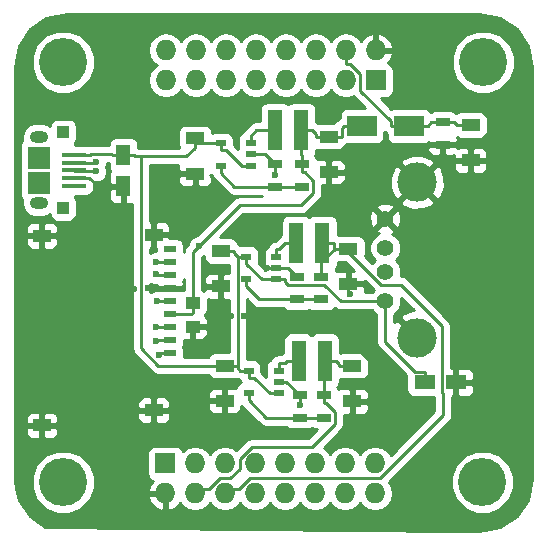
<source format=gbr>
G04 #@! TF.FileFunction,Copper,L1,Top,Signal*
%FSLAX46Y46*%
G04 Gerber Fmt 4.6, Leading zero omitted, Abs format (unit mm)*
G04 Created by KiCad (PCBNEW 4.0.0-rc1-stable) date Fri 20 Nov 2015 08:55:41 PM ICT*
%MOMM*%
G01*
G04 APERTURE LIST*
%ADD10C,0.100000*%
%ADD11C,4.064000*%
%ADD12R,1.727200X1.727200*%
%ADD13O,1.727200X1.727200*%
%ADD14R,0.889000X0.609600*%
%ADD15R,1.300000X0.700000*%
%ADD16R,1.300000X3.500000*%
%ADD17R,2.499360X1.800860*%
%ADD18R,1.250000X1.000000*%
%ADD19C,1.422400*%
%ADD20C,3.327400*%
%ADD21R,1.600000X1.000000*%
%ADD22R,1.230000X1.800000*%
%ADD23R,1.800000X1.230000*%
%ADD24R,2.100000X0.400000*%
%ADD25O,1.550000X1.000000*%
%ADD26R,1.900000X1.900000*%
%ADD27R,1.000000X1.000000*%
%ADD28R,1.049020X0.599440*%
%ADD29R,1.501140X1.049020*%
%ADD30C,0.600000*%
%ADD31C,0.250000*%
%ADD32C,0.254000*%
G04 APERTURE END LIST*
D10*
D11*
X129286000Y-84010500D03*
X164846000Y-84010500D03*
X164782000Y-119570000D03*
X129286000Y-119570000D03*
D12*
X137922000Y-117983000D03*
D13*
X137922000Y-120523000D03*
X140462000Y-117983000D03*
X140462000Y-120523000D03*
X143002000Y-117983000D03*
X143002000Y-120523000D03*
X145542000Y-117983000D03*
X145542000Y-120523000D03*
X148082000Y-117983000D03*
X148082000Y-120523000D03*
X150622000Y-117983000D03*
X150622000Y-120523000D03*
X153162000Y-117983000D03*
X153162000Y-120523000D03*
X155702000Y-117983000D03*
X155702000Y-120523000D03*
D12*
X155756000Y-85540000D03*
D13*
X155756000Y-83000000D03*
X153216000Y-85540000D03*
X153216000Y-83000000D03*
X150676000Y-85540000D03*
X150676000Y-83000000D03*
X148136000Y-85540000D03*
X148136000Y-83000000D03*
X145596000Y-85540000D03*
X145596000Y-83000000D03*
X143056000Y-85540000D03*
X143056000Y-83000000D03*
X140516000Y-85540000D03*
X140516000Y-83000000D03*
X137976000Y-85540000D03*
X137976000Y-83000000D03*
D14*
X144805000Y-102387500D03*
X144805000Y-100482500D03*
X147345000Y-100482500D03*
X147345000Y-101435000D03*
X147345000Y-102387500D03*
X144983000Y-112026500D03*
X144983000Y-110121500D03*
X147523000Y-110121500D03*
X147523000Y-111074000D03*
X147523000Y-112026500D03*
X142621000Y-92773500D03*
X142621000Y-90868500D03*
X145161000Y-90868500D03*
X145161000Y-91821000D03*
X145161000Y-92773500D03*
D15*
X149479000Y-92649000D03*
X149479000Y-94549000D03*
X147193000Y-94549000D03*
X147193000Y-92649000D03*
X151333000Y-112217000D03*
X151333000Y-114117000D03*
X149301000Y-114117000D03*
X149301000Y-112217000D03*
X151155000Y-102199000D03*
X151155000Y-104099000D03*
X149123000Y-104099000D03*
X149123000Y-102199000D03*
D16*
X147236000Y-89789000D03*
X149436000Y-89789000D03*
X149039000Y-99339400D03*
X151239000Y-99339400D03*
X149217000Y-109296000D03*
X151417000Y-109296000D03*
D17*
X158589980Y-89408000D03*
X154592020Y-89408000D03*
D15*
X161417000Y-89093000D03*
X161417000Y-90993000D03*
D18*
X140259000Y-106435000D03*
X140259000Y-104435000D03*
D19*
X156565200Y-99758700D03*
X156565200Y-101765300D03*
X156565200Y-97269500D03*
D20*
X159283000Y-94196100D03*
X159283000Y-107327900D03*
D19*
X156565200Y-104254500D03*
D21*
X151765000Y-93321000D03*
X151765000Y-90321000D03*
X163779000Y-92330400D03*
X163779000Y-89330400D03*
X153441000Y-102795000D03*
X153441000Y-99795000D03*
X153746000Y-112727000D03*
X153746000Y-109727000D03*
X140462000Y-90448000D03*
X140462000Y-93448000D03*
X142646000Y-99998000D03*
X142646000Y-102998000D03*
X142951000Y-109701000D03*
X142951000Y-112701000D03*
D22*
X134391000Y-94528000D03*
X134391000Y-91908000D03*
D23*
X162524000Y-111125000D03*
X159904000Y-111125000D03*
D24*
X130203540Y-91862000D03*
X130203540Y-92512000D03*
X130203540Y-93162000D03*
X130203540Y-93812000D03*
X130203540Y-94462000D03*
D25*
X127216000Y-90337900D03*
X127216000Y-95962900D03*
D26*
X127216000Y-92087900D03*
X127216000Y-94237900D03*
D27*
X129291000Y-89962900D03*
X129291000Y-96362900D03*
D28*
X138335120Y-99849080D03*
X138335120Y-100948900D03*
X138335120Y-102048720D03*
X138335120Y-103148540D03*
X138335120Y-104248360D03*
X138335120Y-105348180D03*
X138335120Y-106448000D03*
X138335120Y-107547820D03*
D29*
X136941000Y-98644000D03*
X136966000Y-113469000D03*
X127491000Y-98719000D03*
X127491000Y-114769000D03*
D28*
X138341000Y-108644000D03*
D30*
X135255000Y-103251000D03*
X136456610Y-103174800D03*
X149326600Y-113030000D03*
X147218400Y-93548200D03*
X144630110Y-105511600D03*
X143480090Y-105486200D03*
X153568400Y-103679490D03*
X140589000Y-95097600D03*
X157022800Y-111506000D03*
X137426600Y-108800400D03*
X137135000Y-107620000D03*
X137185000Y-106477000D03*
X137218000Y-104248000D03*
X137135000Y-101981000D03*
X137160000Y-100940000D03*
X140776400Y-99601600D03*
X132105400Y-93243400D03*
X132105000Y-92456000D03*
D31*
X156565200Y-104254500D02*
X156565200Y-107670200D01*
X156565200Y-107670200D02*
X159099700Y-110204700D01*
X159099700Y-110204700D02*
X159904000Y-110204700D01*
X159904000Y-110204700D02*
X159904000Y-111125000D01*
X143116300Y-91478600D02*
X142621000Y-91478600D01*
X144411200Y-92773500D02*
X143116300Y-91478600D01*
X142621000Y-90868500D02*
X142621000Y-91478600D01*
X145161000Y-92773500D02*
X144411200Y-92773500D01*
X134391000Y-91908000D02*
X135311300Y-91908000D01*
X135403900Y-92000600D02*
X135881600Y-92000600D01*
X135311300Y-91908000D02*
X135403900Y-92000600D01*
X139714700Y-92000600D02*
X140462000Y-91253300D01*
X135881600Y-92000600D02*
X139714700Y-92000600D01*
X140462000Y-90448000D02*
X140462000Y-90850600D01*
X140462000Y-90850600D02*
X140462000Y-91253300D01*
X141853300Y-90850600D02*
X141871200Y-90868500D01*
X140462000Y-90850600D02*
X141853300Y-90850600D01*
X142621000Y-90868500D02*
X141871200Y-90868500D01*
X133356700Y-91794000D02*
X133470700Y-91908000D01*
X131626800Y-91794000D02*
X133356700Y-91794000D01*
X131558800Y-91862000D02*
X131626800Y-91794000D01*
X130203500Y-91862000D02*
X131558800Y-91862000D01*
X134391000Y-91908000D02*
X133470700Y-91908000D01*
X145478300Y-110731600D02*
X144983000Y-110731600D01*
X146773200Y-112026500D02*
X145478300Y-110731600D01*
X147523000Y-112026500D02*
X146773200Y-112026500D01*
X144983000Y-110121500D02*
X144983000Y-110731600D01*
X142646000Y-99998000D02*
X143751300Y-99998000D01*
X146099900Y-102387500D02*
X147345000Y-102387500D01*
X144805000Y-101092600D02*
X146099900Y-102387500D01*
X152784700Y-104254500D02*
X156565200Y-104254500D01*
X151384600Y-102854400D02*
X152784700Y-104254500D01*
X148328200Y-102854400D02*
X151384600Y-102854400D01*
X148094800Y-102621000D02*
X148328200Y-102854400D01*
X148094800Y-102387500D02*
X148094800Y-102621000D01*
X147345000Y-102387500D02*
X148094800Y-102387500D01*
X137338900Y-109701000D02*
X142951000Y-109701000D01*
X135881600Y-108243700D02*
X137338900Y-109701000D01*
X135881600Y-92000600D02*
X135881600Y-108243700D01*
X144056300Y-109944600D02*
X144233200Y-110121500D01*
X144056300Y-109701000D02*
X144056300Y-109944600D01*
X144983000Y-110121500D02*
X144233200Y-110121500D01*
X144805000Y-100482500D02*
X144162800Y-100482500D01*
X142951000Y-109701000D02*
X144055100Y-109701000D01*
X144055100Y-109701000D02*
X144056300Y-109701000D01*
X143751300Y-100178700D02*
X144055100Y-100482500D01*
X143751300Y-99998000D02*
X143751300Y-100178700D01*
X144162800Y-100482500D02*
X144055100Y-100482500D01*
X144055100Y-100482500D02*
X144055100Y-109701000D01*
X144805000Y-100482500D02*
X144805000Y-101092600D01*
X135229600Y-103276400D02*
X134848600Y-103276400D01*
X135255000Y-103251000D02*
X135229600Y-103276400D01*
X138335120Y-103148540D02*
X136482870Y-103148540D01*
X136482870Y-103148540D02*
X136456610Y-103174800D01*
X149301000Y-112217000D02*
X149301000Y-113004400D01*
X149301000Y-113004400D02*
X149326600Y-113030000D01*
X147193000Y-92649000D02*
X147193000Y-93522800D01*
X147193000Y-93522800D02*
X147218400Y-93548200D01*
X144630110Y-105511600D02*
X151452664Y-105511600D01*
X157022800Y-111081736D02*
X157022800Y-111506000D01*
X151452664Y-105511600D02*
X157022800Y-111081736D01*
X142646000Y-102998000D02*
X142646000Y-104652110D01*
X142646000Y-104652110D02*
X143480090Y-105486200D01*
X153441000Y-102795000D02*
X153441000Y-103552090D01*
X153441000Y-103552090D02*
X153568400Y-103679490D01*
X140462000Y-93448000D02*
X140462000Y-94970600D01*
X140462000Y-94970600D02*
X140589000Y-95097600D01*
X153746000Y-112727000D02*
X155801800Y-112727000D01*
X155801800Y-112727000D02*
X157022800Y-111506000D01*
X149301000Y-112217000D02*
X148158000Y-111074000D01*
X148158000Y-111074000D02*
X147523000Y-111074000D01*
X149123000Y-102199000D02*
X148359000Y-101435000D01*
X148359000Y-101435000D02*
X147345000Y-101435000D01*
X147193000Y-92649000D02*
X146365000Y-91821000D01*
X146365000Y-91821000D02*
X145161000Y-91821000D01*
X130203540Y-93812000D02*
X131503540Y-93812000D01*
X131503540Y-93812000D02*
X132219540Y-94528000D01*
X132219540Y-94528000D02*
X133526000Y-94528000D01*
X133526000Y-94528000D02*
X134391000Y-94528000D01*
X137566490Y-108644000D02*
X137426600Y-108783890D01*
X138341000Y-108644000D02*
X137566490Y-108644000D01*
X137426600Y-108783890D02*
X137426600Y-108800400D01*
X138335000Y-107548000D02*
X138334900Y-107548000D01*
X137207000Y-107548000D02*
X137135000Y-107620000D01*
X138334900Y-107548000D02*
X137207000Y-107548000D01*
X138334900Y-107548000D02*
X138335100Y-107547800D01*
X137214000Y-106448000D02*
X137185000Y-106477000D01*
X138335000Y-106448000D02*
X137214000Y-106448000D01*
X138335000Y-106448000D02*
X138335100Y-106448000D01*
X138335000Y-104248000D02*
X138334700Y-104248000D01*
X138334700Y-104248000D02*
X137218000Y-104248000D01*
X138334700Y-104248000D02*
X138335100Y-104248400D01*
X138335000Y-102049000D02*
X138334800Y-102049000D01*
X137202000Y-102049000D02*
X137135000Y-101981000D01*
X138334800Y-102049000D02*
X137202000Y-102049000D01*
X138334800Y-102049000D02*
X138335100Y-102048700D01*
X137169000Y-100949000D02*
X137160000Y-100940000D01*
X138335000Y-100949000D02*
X137169000Y-100949000D01*
X138335000Y-100949000D02*
X138335100Y-100948900D01*
X140462000Y-120523000D02*
X140817600Y-120167400D01*
X140817600Y-120167400D02*
X141630900Y-120167400D01*
X141630900Y-120159700D02*
X142537600Y-119253000D01*
X141630900Y-120167400D02*
X141630900Y-120159700D01*
X142537600Y-119253000D02*
X143414200Y-119253000D01*
X143414200Y-119253000D02*
X144243400Y-118423800D01*
X144243400Y-118423800D02*
X144243400Y-117577800D01*
X144243400Y-117577800D02*
X145235800Y-116585400D01*
X145235800Y-116585400D02*
X150366400Y-116585400D01*
X150366400Y-116585400D02*
X152307900Y-114643900D01*
X152307900Y-114643900D02*
X152307900Y-113601500D01*
X152307900Y-113601500D02*
X151578700Y-112872300D01*
X151578700Y-112872300D02*
X151333000Y-112872300D01*
X151333000Y-112872300D02*
X151333000Y-112217000D01*
X152640700Y-109564400D02*
X152372300Y-109296000D01*
X152640700Y-109727000D02*
X152640700Y-109564400D01*
X153746000Y-109727000D02*
X152640700Y-109727000D01*
X151417000Y-109296000D02*
X151655900Y-109296000D01*
X151655900Y-109296000D02*
X152372300Y-109296000D01*
X151333000Y-109618900D02*
X151333000Y-112217000D01*
X151655900Y-109296000D02*
X151333000Y-109618900D01*
X153218500Y-99795000D02*
X153218500Y-99896300D01*
X156164100Y-102841900D02*
X157858300Y-102841900D01*
X153218500Y-99896300D02*
X156164100Y-102841900D01*
X161403999Y-110234999D02*
X161348999Y-110289999D01*
X161403999Y-112015001D02*
X161467800Y-112015001D01*
X157858300Y-102841900D02*
X161366200Y-106349800D01*
X161467800Y-113871800D02*
X156086600Y-119253000D01*
X161366200Y-106349800D02*
X161366200Y-110234999D01*
X161366200Y-110234999D02*
X161403999Y-110234999D01*
X161348999Y-110289999D02*
X161348999Y-111960001D01*
X144170900Y-120159700D02*
X144170900Y-120167400D01*
X161348999Y-111960001D02*
X161403999Y-112015001D01*
X161467800Y-112015001D02*
X161467800Y-113871800D01*
X156086600Y-119253000D02*
X145077600Y-119253000D01*
X145077600Y-119253000D02*
X144170900Y-120159700D01*
X144170900Y-120167400D02*
X143357600Y-120167400D01*
X143357600Y-120167400D02*
X143002000Y-120523000D01*
X151239000Y-99339400D02*
X152194300Y-99339400D01*
X152194300Y-99653700D02*
X152335600Y-99795000D01*
X152194300Y-99339400D02*
X152194300Y-99653700D01*
X152443300Y-99795000D02*
X152335600Y-99795000D01*
X151155000Y-100975600D02*
X151155000Y-102199000D01*
X152335600Y-99795000D02*
X151155000Y-100975600D01*
X153441000Y-99795000D02*
X153218500Y-99795000D01*
X153218500Y-99795000D02*
X152443300Y-99795000D01*
X140151100Y-105348200D02*
X140259000Y-105240300D01*
X138335100Y-105348200D02*
X140151100Y-105348200D01*
X140259000Y-104435000D02*
X140259000Y-105240300D01*
X140259000Y-100119000D02*
X140776400Y-99601600D01*
X140259000Y-104435000D02*
X140259000Y-100119000D01*
X149724700Y-93304300D02*
X149479000Y-93304300D01*
X150463400Y-94043000D02*
X149724700Y-93304300D01*
X150463400Y-95065000D02*
X150463400Y-94043000D01*
X149386600Y-96141800D02*
X150463400Y-95065000D01*
X144236200Y-96141800D02*
X149386600Y-96141800D01*
X140776400Y-99601600D02*
X144236200Y-96141800D01*
X149479000Y-92689900D02*
X149479000Y-93304300D01*
X149479000Y-92689900D02*
X149479000Y-92649000D01*
X149479000Y-91887300D02*
X149436000Y-91844300D01*
X149479000Y-92649000D02*
X149479000Y-91887300D01*
X149436000Y-89789000D02*
X149436000Y-91844300D01*
X150659700Y-90057400D02*
X150391300Y-89789000D01*
X150659700Y-90321000D02*
X150659700Y-90057400D01*
X149436000Y-89789000D02*
X150391300Y-89789000D01*
X151212400Y-90321000D02*
X150659700Y-90321000D01*
X151212400Y-90321000D02*
X151765000Y-90321000D01*
X152870300Y-89574700D02*
X153037000Y-89408000D01*
X152870300Y-90321000D02*
X152870300Y-89574700D01*
X154592000Y-89408000D02*
X153037000Y-89408000D01*
X151765000Y-90321000D02*
X152870300Y-90321000D01*
X130284900Y-93243400D02*
X131681136Y-93243400D01*
X130203500Y-93162000D02*
X130284900Y-93243400D01*
X131681136Y-93243400D02*
X132105400Y-93243400D01*
X132049000Y-92512000D02*
X132105000Y-92456000D01*
X130204000Y-92512000D02*
X132049000Y-92512000D01*
X130204000Y-92512000D02*
X130203500Y-92512000D01*
X158589980Y-89408000D02*
X160145000Y-89408000D01*
X157035000Y-89408000D02*
X158589980Y-89408000D01*
X161417000Y-89093000D02*
X160460000Y-89093000D01*
X160460000Y-89093000D02*
X160145000Y-89408000D01*
X157035000Y-89408000D02*
X157035000Y-89000400D01*
X154457400Y-86422800D02*
X154457400Y-85047000D01*
X157035000Y-89000400D02*
X154457400Y-86422800D01*
X154457400Y-85047000D02*
X153579300Y-84168900D01*
X153579300Y-84168900D02*
X153216000Y-84168900D01*
X153216000Y-84168900D02*
X153216000Y-83000000D01*
X162609700Y-89330400D02*
X162372300Y-89093000D01*
X163779000Y-89330400D02*
X162609700Y-89330400D01*
X161417000Y-89093000D02*
X162372300Y-89093000D01*
X149479000Y-94549000D02*
X147193000Y-94549000D01*
X143786400Y-94549000D02*
X142621000Y-93383600D01*
X147193000Y-94549000D02*
X143786400Y-94549000D01*
X142621000Y-92773500D02*
X142621000Y-93383600D01*
X145630400Y-89789000D02*
X145161000Y-90258400D01*
X147236000Y-89789000D02*
X145630400Y-89789000D01*
X145161000Y-90868500D02*
X145161000Y-90258400D01*
X147550700Y-99872400D02*
X147345000Y-99872400D01*
X148083700Y-99339400D02*
X147550700Y-99872400D01*
X149039000Y-99339400D02*
X148083700Y-99339400D01*
X147345000Y-100482500D02*
X147345000Y-99872400D01*
X148046300Y-109511400D02*
X147523000Y-109511400D01*
X148261700Y-109296000D02*
X148046300Y-109511400D01*
X149217000Y-109296000D02*
X148261700Y-109296000D01*
X147523000Y-110121500D02*
X147523000Y-109511400D01*
X151333000Y-114117000D02*
X149301000Y-114117000D01*
X146463400Y-114117000D02*
X144983000Y-112636600D01*
X149301000Y-114117000D02*
X146463400Y-114117000D01*
X144983000Y-112026500D02*
X144983000Y-112636600D01*
X144805000Y-102387500D02*
X144805000Y-102997600D01*
X151155000Y-104099000D02*
X149123000Y-104099000D01*
X145906400Y-104099000D02*
X144805000Y-102997600D01*
X149123000Y-104099000D02*
X145906400Y-104099000D01*
D32*
G36*
X166259005Y-80303498D02*
X167672221Y-81247779D01*
X168616502Y-82660997D01*
X168962000Y-84397931D01*
X168962000Y-119310069D01*
X168616502Y-121047003D01*
X167672221Y-122460221D01*
X166259005Y-123404502D01*
X164522069Y-123750000D01*
X162658545Y-123750000D01*
X127788496Y-123348040D01*
X126459779Y-122460221D01*
X125515498Y-121047005D01*
X125326764Y-120098172D01*
X126618538Y-120098172D01*
X127023709Y-121078761D01*
X127773293Y-121829655D01*
X128753173Y-122236536D01*
X129814172Y-122237462D01*
X130794761Y-121832291D01*
X131545655Y-121082707D01*
X131628984Y-120882026D01*
X136467042Y-120882026D01*
X136639312Y-121297947D01*
X137033510Y-121729821D01*
X137562973Y-121977968D01*
X137795000Y-121857469D01*
X137795000Y-120650000D01*
X136588183Y-120650000D01*
X136467042Y-120882026D01*
X131628984Y-120882026D01*
X131952536Y-120102827D01*
X131953462Y-119041828D01*
X131548291Y-118061239D01*
X130798707Y-117310345D01*
X129818827Y-116903464D01*
X128757828Y-116902538D01*
X127777239Y-117307709D01*
X127026345Y-118057293D01*
X126619464Y-119037173D01*
X126618538Y-120098172D01*
X125326764Y-120098172D01*
X125186898Y-119395020D01*
X125170000Y-117446133D01*
X125170000Y-115054750D01*
X126105430Y-115054750D01*
X126105430Y-115419819D01*
X126202103Y-115653208D01*
X126380731Y-115831837D01*
X126614120Y-115928510D01*
X127205250Y-115928510D01*
X127364000Y-115769760D01*
X127364000Y-114896000D01*
X127618000Y-114896000D01*
X127618000Y-115769760D01*
X127776750Y-115928510D01*
X128367880Y-115928510D01*
X128601269Y-115831837D01*
X128779897Y-115653208D01*
X128876570Y-115419819D01*
X128876570Y-115054750D01*
X128717820Y-114896000D01*
X127618000Y-114896000D01*
X127364000Y-114896000D01*
X126264180Y-114896000D01*
X126105430Y-115054750D01*
X125170000Y-115054750D01*
X125170000Y-114118181D01*
X126105430Y-114118181D01*
X126105430Y-114483250D01*
X126264180Y-114642000D01*
X127364000Y-114642000D01*
X127364000Y-113768240D01*
X127618000Y-113768240D01*
X127618000Y-114642000D01*
X128717820Y-114642000D01*
X128876570Y-114483250D01*
X128876570Y-114118181D01*
X128779897Y-113884792D01*
X128649856Y-113754750D01*
X135580430Y-113754750D01*
X135580430Y-114119819D01*
X135677103Y-114353208D01*
X135855731Y-114531837D01*
X136089120Y-114628510D01*
X136680250Y-114628510D01*
X136839000Y-114469760D01*
X136839000Y-113596000D01*
X137093000Y-113596000D01*
X137093000Y-114469760D01*
X137251750Y-114628510D01*
X137842880Y-114628510D01*
X138076269Y-114531837D01*
X138254897Y-114353208D01*
X138351570Y-114119819D01*
X138351570Y-113754750D01*
X138192820Y-113596000D01*
X137093000Y-113596000D01*
X136839000Y-113596000D01*
X135739180Y-113596000D01*
X135580430Y-113754750D01*
X128649856Y-113754750D01*
X128601269Y-113706163D01*
X128367880Y-113609490D01*
X127776750Y-113609490D01*
X127618000Y-113768240D01*
X127364000Y-113768240D01*
X127205250Y-113609490D01*
X126614120Y-113609490D01*
X126380731Y-113706163D01*
X126202103Y-113884792D01*
X126105430Y-114118181D01*
X125170000Y-114118181D01*
X125170000Y-112818181D01*
X135580430Y-112818181D01*
X135580430Y-113183250D01*
X135739180Y-113342000D01*
X136839000Y-113342000D01*
X136839000Y-112468240D01*
X137093000Y-112468240D01*
X137093000Y-113342000D01*
X138192820Y-113342000D01*
X138351570Y-113183250D01*
X138351570Y-112986750D01*
X141516000Y-112986750D01*
X141516000Y-113327309D01*
X141612673Y-113560698D01*
X141791301Y-113739327D01*
X142024690Y-113836000D01*
X142665250Y-113836000D01*
X142824000Y-113677250D01*
X142824000Y-112828000D01*
X141674750Y-112828000D01*
X141516000Y-112986750D01*
X138351570Y-112986750D01*
X138351570Y-112818181D01*
X138254897Y-112584792D01*
X138076269Y-112406163D01*
X137842880Y-112309490D01*
X137251750Y-112309490D01*
X137093000Y-112468240D01*
X136839000Y-112468240D01*
X136680250Y-112309490D01*
X136089120Y-112309490D01*
X135855731Y-112406163D01*
X135677103Y-112584792D01*
X135580430Y-112818181D01*
X125170000Y-112818181D01*
X125170000Y-112074691D01*
X141516000Y-112074691D01*
X141516000Y-112415250D01*
X141674750Y-112574000D01*
X142824000Y-112574000D01*
X142824000Y-111724750D01*
X142665250Y-111566000D01*
X142024690Y-111566000D01*
X141791301Y-111662673D01*
X141612673Y-111841302D01*
X141516000Y-112074691D01*
X125170000Y-112074691D01*
X125170000Y-99004750D01*
X126105430Y-99004750D01*
X126105430Y-99369819D01*
X126202103Y-99603208D01*
X126380731Y-99781837D01*
X126614120Y-99878510D01*
X127205250Y-99878510D01*
X127364000Y-99719760D01*
X127364000Y-98846000D01*
X127618000Y-98846000D01*
X127618000Y-99719760D01*
X127776750Y-99878510D01*
X128367880Y-99878510D01*
X128601269Y-99781837D01*
X128779897Y-99603208D01*
X128876570Y-99369819D01*
X128876570Y-99004750D01*
X128717820Y-98846000D01*
X127618000Y-98846000D01*
X127364000Y-98846000D01*
X126264180Y-98846000D01*
X126105430Y-99004750D01*
X125170000Y-99004750D01*
X125170000Y-98068181D01*
X126105430Y-98068181D01*
X126105430Y-98433250D01*
X126264180Y-98592000D01*
X127364000Y-98592000D01*
X127364000Y-97718240D01*
X127618000Y-97718240D01*
X127618000Y-98592000D01*
X128717820Y-98592000D01*
X128876570Y-98433250D01*
X128876570Y-98068181D01*
X128779897Y-97834792D01*
X128601269Y-97656163D01*
X128367880Y-97559490D01*
X127776750Y-97559490D01*
X127618000Y-97718240D01*
X127364000Y-97718240D01*
X127205250Y-97559490D01*
X126614120Y-97559490D01*
X126380731Y-97656163D01*
X126202103Y-97834792D01*
X126105430Y-98068181D01*
X125170000Y-98068181D01*
X125170000Y-91137900D01*
X125618560Y-91137900D01*
X125618560Y-93037900D01*
X125642944Y-93167489D01*
X125618560Y-93287900D01*
X125618560Y-95187900D01*
X125662838Y-95423217D01*
X125801910Y-95639341D01*
X125837851Y-95663899D01*
X125778376Y-95962900D01*
X125864773Y-96397246D01*
X126110810Y-96765466D01*
X126479030Y-97011503D01*
X126913376Y-97097900D01*
X127518624Y-97097900D01*
X127952970Y-97011503D01*
X128147113Y-96881781D01*
X128187838Y-97098217D01*
X128326910Y-97314341D01*
X128539110Y-97459331D01*
X128791000Y-97510340D01*
X129791000Y-97510340D01*
X130026317Y-97466062D01*
X130242441Y-97326990D01*
X130387431Y-97114790D01*
X130438440Y-96862900D01*
X130438440Y-95862900D01*
X130394162Y-95627583D01*
X130267308Y-95430447D01*
X130300838Y-95349699D01*
X130300873Y-95309440D01*
X131253540Y-95309440D01*
X131488857Y-95265162D01*
X131704981Y-95126090D01*
X131849971Y-94913890D01*
X131870249Y-94813750D01*
X133141000Y-94813750D01*
X133141000Y-95554309D01*
X133237673Y-95787698D01*
X133416301Y-95966327D01*
X133649690Y-96063000D01*
X134105250Y-96063000D01*
X134264000Y-95904250D01*
X134264000Y-94655000D01*
X133299750Y-94655000D01*
X133141000Y-94813750D01*
X131870249Y-94813750D01*
X131900980Y-94662000D01*
X131900980Y-94262000D01*
X131882390Y-94163202D01*
X131918601Y-94178238D01*
X132290567Y-94178562D01*
X132634343Y-94036517D01*
X132897592Y-93773727D01*
X133040238Y-93430199D01*
X133040562Y-93058233D01*
X132954162Y-92849129D01*
X133039838Y-92642799D01*
X133039915Y-92554000D01*
X133095829Y-92554000D01*
X133128560Y-92575870D01*
X133128560Y-92808000D01*
X133172838Y-93043317D01*
X133286313Y-93219662D01*
X133237673Y-93268302D01*
X133141000Y-93501691D01*
X133141000Y-94242250D01*
X133299750Y-94401000D01*
X134264000Y-94401000D01*
X134264000Y-94381000D01*
X134518000Y-94381000D01*
X134518000Y-94401000D01*
X134538000Y-94401000D01*
X134538000Y-94655000D01*
X134518000Y-94655000D01*
X134518000Y-95904250D01*
X134676750Y-96063000D01*
X135121600Y-96063000D01*
X135121600Y-108243700D01*
X135179452Y-108534539D01*
X135344199Y-108781101D01*
X136801499Y-110238401D01*
X137048060Y-110403148D01*
X137080004Y-110409502D01*
X137338900Y-110461000D01*
X141563721Y-110461000D01*
X141686910Y-110652441D01*
X141899110Y-110797431D01*
X142151000Y-110848440D01*
X143751000Y-110848440D01*
X143929264Y-110814897D01*
X143942360Y-110823648D01*
X144053876Y-110845830D01*
X144074410Y-110877741D01*
X144280014Y-111018224D01*
X144280852Y-111022439D01*
X144340386Y-111111538D01*
X144303183Y-111118538D01*
X144087059Y-111257610D01*
X143942069Y-111469810D01*
X143919086Y-111583304D01*
X143877310Y-111566000D01*
X143236750Y-111566000D01*
X143078000Y-111724750D01*
X143078000Y-112574000D01*
X143098000Y-112574000D01*
X143098000Y-112828000D01*
X143078000Y-112828000D01*
X143078000Y-113677250D01*
X143236750Y-113836000D01*
X143877310Y-113836000D01*
X144110699Y-113739327D01*
X144289327Y-113560698D01*
X144386000Y-113327309D01*
X144386000Y-113084805D01*
X144445599Y-113174001D01*
X145925999Y-114654401D01*
X146172561Y-114819148D01*
X146463400Y-114877000D01*
X148160243Y-114877000D01*
X148186910Y-114918441D01*
X148399110Y-115063431D01*
X148651000Y-115114440D01*
X149951000Y-115114440D01*
X150186317Y-115070162D01*
X150317457Y-114985775D01*
X150431110Y-115063431D01*
X150683000Y-115114440D01*
X150762558Y-115114440D01*
X150051598Y-115825400D01*
X145235800Y-115825400D01*
X144944961Y-115883252D01*
X144698399Y-116047999D01*
X143930398Y-116816000D01*
X143604848Y-116598474D01*
X143031359Y-116484400D01*
X142972641Y-116484400D01*
X142399152Y-116598474D01*
X141912971Y-116923330D01*
X141732000Y-117194172D01*
X141551029Y-116923330D01*
X141064848Y-116598474D01*
X140491359Y-116484400D01*
X140432641Y-116484400D01*
X139859152Y-116598474D01*
X139393558Y-116909574D01*
X139388762Y-116884083D01*
X139249690Y-116667959D01*
X139037490Y-116522969D01*
X138785600Y-116471960D01*
X137058400Y-116471960D01*
X136823083Y-116516238D01*
X136606959Y-116655310D01*
X136461969Y-116867510D01*
X136410960Y-117119400D01*
X136410960Y-118846600D01*
X136455238Y-119081917D01*
X136594310Y-119298041D01*
X136806510Y-119443031D01*
X136900375Y-119462039D01*
X136639312Y-119748053D01*
X136467042Y-120163974D01*
X136588183Y-120396000D01*
X137795000Y-120396000D01*
X137795000Y-120376000D01*
X138049000Y-120376000D01*
X138049000Y-120396000D01*
X138069000Y-120396000D01*
X138069000Y-120650000D01*
X138049000Y-120650000D01*
X138049000Y-121857469D01*
X138281027Y-121977968D01*
X138810490Y-121729821D01*
X139192008Y-121311839D01*
X139372971Y-121582670D01*
X139859152Y-121907526D01*
X140432641Y-122021600D01*
X140491359Y-122021600D01*
X141064848Y-121907526D01*
X141551029Y-121582670D01*
X141732000Y-121311828D01*
X141912971Y-121582670D01*
X142399152Y-121907526D01*
X142972641Y-122021600D01*
X143031359Y-122021600D01*
X143604848Y-121907526D01*
X144091029Y-121582670D01*
X144272000Y-121311828D01*
X144452971Y-121582670D01*
X144939152Y-121907526D01*
X145512641Y-122021600D01*
X145571359Y-122021600D01*
X146144848Y-121907526D01*
X146631029Y-121582670D01*
X146812000Y-121311828D01*
X146992971Y-121582670D01*
X147479152Y-121907526D01*
X148052641Y-122021600D01*
X148111359Y-122021600D01*
X148684848Y-121907526D01*
X149171029Y-121582670D01*
X149352000Y-121311828D01*
X149532971Y-121582670D01*
X150019152Y-121907526D01*
X150592641Y-122021600D01*
X150651359Y-122021600D01*
X151224848Y-121907526D01*
X151711029Y-121582670D01*
X151892000Y-121311828D01*
X152072971Y-121582670D01*
X152559152Y-121907526D01*
X153132641Y-122021600D01*
X153191359Y-122021600D01*
X153764848Y-121907526D01*
X154251029Y-121582670D01*
X154432000Y-121311828D01*
X154612971Y-121582670D01*
X155099152Y-121907526D01*
X155672641Y-122021600D01*
X155731359Y-122021600D01*
X156304848Y-121907526D01*
X156791029Y-121582670D01*
X157115885Y-121096489D01*
X157229959Y-120523000D01*
X157145456Y-120098172D01*
X162114538Y-120098172D01*
X162519709Y-121078761D01*
X163269293Y-121829655D01*
X164249173Y-122236536D01*
X165310172Y-122237462D01*
X166290761Y-121832291D01*
X167041655Y-121082707D01*
X167448536Y-120102827D01*
X167449462Y-119041828D01*
X167044291Y-118061239D01*
X166294707Y-117310345D01*
X165314827Y-116903464D01*
X164253828Y-116902538D01*
X163273239Y-117307709D01*
X162522345Y-118057293D01*
X162115464Y-119037173D01*
X162114538Y-120098172D01*
X157145456Y-120098172D01*
X157115885Y-119949511D01*
X156855133Y-119559269D01*
X162005201Y-114409201D01*
X162169948Y-114162639D01*
X162227800Y-113871800D01*
X162227800Y-112375000D01*
X162238250Y-112375000D01*
X162397000Y-112216250D01*
X162397000Y-111252000D01*
X162651000Y-111252000D01*
X162651000Y-112216250D01*
X162809750Y-112375000D01*
X163550309Y-112375000D01*
X163783698Y-112278327D01*
X163962327Y-112099699D01*
X164059000Y-111866310D01*
X164059000Y-111410750D01*
X163900250Y-111252000D01*
X162651000Y-111252000D01*
X162397000Y-111252000D01*
X162377000Y-111252000D01*
X162377000Y-110998000D01*
X162397000Y-110998000D01*
X162397000Y-110033750D01*
X162651000Y-110033750D01*
X162651000Y-110998000D01*
X163900250Y-110998000D01*
X164059000Y-110839250D01*
X164059000Y-110383690D01*
X163962327Y-110150301D01*
X163783698Y-109971673D01*
X163550309Y-109875000D01*
X162809750Y-109875000D01*
X162651000Y-110033750D01*
X162397000Y-110033750D01*
X162238250Y-109875000D01*
X162126200Y-109875000D01*
X162126200Y-106349800D01*
X162068348Y-106058961D01*
X161903601Y-105812399D01*
X158395701Y-102304499D01*
X158149139Y-102139752D01*
X157888857Y-102087978D01*
X157911166Y-102034251D01*
X157911634Y-101498699D01*
X157707119Y-101003735D01*
X157465716Y-100761910D01*
X157705788Y-100522257D01*
X157911166Y-100027651D01*
X157911634Y-99492099D01*
X157707119Y-98997135D01*
X157328757Y-98618112D01*
X157094409Y-98520802D01*
X157265773Y-98449821D01*
X157328990Y-98212895D01*
X156565200Y-97449105D01*
X155801410Y-98212895D01*
X155864627Y-98449821D01*
X156049654Y-98515128D01*
X155803635Y-98616781D01*
X155424612Y-98995143D01*
X155219234Y-99489749D01*
X155218766Y-100025301D01*
X155423281Y-100520265D01*
X155664684Y-100762090D01*
X155424612Y-101001743D01*
X155417023Y-101020021D01*
X154855359Y-100458357D01*
X154888440Y-100295000D01*
X154888440Y-99295000D01*
X154844162Y-99059683D01*
X154705090Y-98843559D01*
X154492890Y-98698569D01*
X154241000Y-98647560D01*
X152641000Y-98647560D01*
X152536440Y-98667234D01*
X152536440Y-97589400D01*
X152492162Y-97354083D01*
X152353090Y-97137959D01*
X152259403Y-97073945D01*
X155206628Y-97073945D01*
X155235207Y-97608733D01*
X155384879Y-97970073D01*
X155621805Y-98033290D01*
X156385595Y-97269500D01*
X156744805Y-97269500D01*
X157508595Y-98033290D01*
X157745521Y-97970073D01*
X157923772Y-97465055D01*
X157895193Y-96930267D01*
X157745521Y-96568927D01*
X157508595Y-96505710D01*
X156744805Y-97269500D01*
X156385595Y-97269500D01*
X155621805Y-96505710D01*
X155384879Y-96568927D01*
X155206628Y-97073945D01*
X152259403Y-97073945D01*
X152140890Y-96992969D01*
X151889000Y-96941960D01*
X150589000Y-96941960D01*
X150353683Y-96986238D01*
X150137559Y-97125310D01*
X150136610Y-97126699D01*
X149940890Y-96992969D01*
X149689000Y-96941960D01*
X148389000Y-96941960D01*
X148153683Y-96986238D01*
X147937559Y-97125310D01*
X147792569Y-97337510D01*
X147741560Y-97589400D01*
X147741560Y-98671530D01*
X147546299Y-98801999D01*
X147208807Y-99139491D01*
X147054161Y-99170252D01*
X146807599Y-99334999D01*
X146642852Y-99581561D01*
X146641176Y-99589986D01*
X146449059Y-99713610D01*
X146304069Y-99925810D01*
X146253060Y-100177700D01*
X146253060Y-100787300D01*
X146284970Y-100956886D01*
X146265500Y-101003891D01*
X146265500Y-101149250D01*
X146424250Y-101308000D01*
X146537774Y-101308000D01*
X146648610Y-101383731D01*
X146900500Y-101434740D01*
X147492000Y-101434740D01*
X147492000Y-101435260D01*
X146900500Y-101435260D01*
X146665183Y-101479538D01*
X146537033Y-101562000D01*
X146424250Y-101562000D01*
X146386726Y-101599524D01*
X145838000Y-101050798D01*
X145845931Y-101039190D01*
X145896940Y-100787300D01*
X145896940Y-100177700D01*
X145852662Y-99942383D01*
X145713590Y-99726259D01*
X145501390Y-99581269D01*
X145249500Y-99530260D01*
X144360500Y-99530260D01*
X144338067Y-99534481D01*
X144288701Y-99460599D01*
X144057311Y-99305989D01*
X144049162Y-99262683D01*
X143910090Y-99046559D01*
X143697890Y-98901569D01*
X143446000Y-98850560D01*
X142602242Y-98850560D01*
X144551002Y-96901800D01*
X149386600Y-96901800D01*
X149677439Y-96843948D01*
X149924001Y-96679201D01*
X150277097Y-96326105D01*
X155801410Y-96326105D01*
X156565200Y-97089895D01*
X157328990Y-96326105D01*
X157265773Y-96089179D01*
X156760755Y-95910928D01*
X156225967Y-95939507D01*
X155864627Y-96089179D01*
X155801410Y-96326105D01*
X150277097Y-96326105D01*
X150774894Y-95828308D01*
X157830398Y-95828308D01*
X158010157Y-96164084D01*
X158860161Y-96501376D01*
X159774538Y-96487711D01*
X160555843Y-96164084D01*
X160735602Y-95828308D01*
X159283000Y-94375705D01*
X157830398Y-95828308D01*
X150774894Y-95828308D01*
X151000801Y-95602401D01*
X151165548Y-95355839D01*
X151223400Y-95065000D01*
X151223400Y-94456000D01*
X151479250Y-94456000D01*
X151638000Y-94297250D01*
X151638000Y-93448000D01*
X151892000Y-93448000D01*
X151892000Y-94297250D01*
X152050750Y-94456000D01*
X152691310Y-94456000D01*
X152924699Y-94359327D01*
X153103327Y-94180698D01*
X153200000Y-93947309D01*
X153200000Y-93773261D01*
X156977724Y-93773261D01*
X156991389Y-94687638D01*
X157315016Y-95468943D01*
X157650792Y-95648702D01*
X159103395Y-94196100D01*
X159462605Y-94196100D01*
X160915208Y-95648702D01*
X161250984Y-95468943D01*
X161588276Y-94618939D01*
X161574611Y-93704562D01*
X161250984Y-92923257D01*
X160915208Y-92743498D01*
X159462605Y-94196100D01*
X159103395Y-94196100D01*
X157650792Y-92743498D01*
X157315016Y-92923257D01*
X156977724Y-93773261D01*
X153200000Y-93773261D01*
X153200000Y-93606750D01*
X153041250Y-93448000D01*
X151892000Y-93448000D01*
X151638000Y-93448000D01*
X151618000Y-93448000D01*
X151618000Y-93194000D01*
X151638000Y-93194000D01*
X151638000Y-92344750D01*
X151892000Y-92344750D01*
X151892000Y-93194000D01*
X153041250Y-93194000D01*
X153200000Y-93035250D01*
X153200000Y-92694691D01*
X153145822Y-92563892D01*
X157830398Y-92563892D01*
X159283000Y-94016495D01*
X160683344Y-92616150D01*
X162344000Y-92616150D01*
X162344000Y-92956709D01*
X162440673Y-93190098D01*
X162619301Y-93368727D01*
X162852690Y-93465400D01*
X163493250Y-93465400D01*
X163652000Y-93306650D01*
X163652000Y-92457400D01*
X163906000Y-92457400D01*
X163906000Y-93306650D01*
X164064750Y-93465400D01*
X164705310Y-93465400D01*
X164938699Y-93368727D01*
X165117327Y-93190098D01*
X165214000Y-92956709D01*
X165214000Y-92616150D01*
X165055250Y-92457400D01*
X163906000Y-92457400D01*
X163652000Y-92457400D01*
X162502750Y-92457400D01*
X162344000Y-92616150D01*
X160683344Y-92616150D01*
X160735602Y-92563892D01*
X160555843Y-92228116D01*
X159705839Y-91890824D01*
X158791462Y-91904489D01*
X158010157Y-92228116D01*
X157830398Y-92563892D01*
X153145822Y-92563892D01*
X153103327Y-92461302D01*
X152924699Y-92282673D01*
X152691310Y-92186000D01*
X152050750Y-92186000D01*
X151892000Y-92344750D01*
X151638000Y-92344750D01*
X151479250Y-92186000D01*
X150838690Y-92186000D01*
X150761216Y-92218091D01*
X150732162Y-92063683D01*
X150617641Y-91885713D01*
X150682431Y-91790890D01*
X150733440Y-91539000D01*
X150733440Y-91421548D01*
X150965000Y-91468440D01*
X152565000Y-91468440D01*
X152800317Y-91424162D01*
X153016441Y-91285090D01*
X153020772Y-91278750D01*
X160132000Y-91278750D01*
X160132000Y-91469309D01*
X160228673Y-91702698D01*
X160407301Y-91881327D01*
X160640690Y-91978000D01*
X161131250Y-91978000D01*
X161290000Y-91819250D01*
X161290000Y-91120000D01*
X161544000Y-91120000D01*
X161544000Y-91819250D01*
X161702750Y-91978000D01*
X162193310Y-91978000D01*
X162344000Y-91915582D01*
X162344000Y-92044650D01*
X162502750Y-92203400D01*
X163652000Y-92203400D01*
X163652000Y-91354150D01*
X163906000Y-91354150D01*
X163906000Y-92203400D01*
X165055250Y-92203400D01*
X165214000Y-92044650D01*
X165214000Y-91704091D01*
X165117327Y-91470702D01*
X164938699Y-91292073D01*
X164705310Y-91195400D01*
X164064750Y-91195400D01*
X163906000Y-91354150D01*
X163652000Y-91354150D01*
X163493250Y-91195400D01*
X162852690Y-91195400D01*
X162687199Y-91263949D01*
X162543250Y-91120000D01*
X161544000Y-91120000D01*
X161290000Y-91120000D01*
X160290750Y-91120000D01*
X160132000Y-91278750D01*
X153020772Y-91278750D01*
X153161431Y-91072890D01*
X153173126Y-91015139D01*
X153280554Y-90943358D01*
X153342340Y-90955870D01*
X155841700Y-90955870D01*
X156077017Y-90911592D01*
X156293141Y-90772520D01*
X156438131Y-90560320D01*
X156489140Y-90308430D01*
X156489140Y-89932741D01*
X156497599Y-89945401D01*
X156692860Y-90075870D01*
X156692860Y-90308430D01*
X156737138Y-90543747D01*
X156876210Y-90759871D01*
X157088410Y-90904861D01*
X157340300Y-90955870D01*
X159839660Y-90955870D01*
X160074977Y-90911592D01*
X160234008Y-90809258D01*
X160290750Y-90866000D01*
X161290000Y-90866000D01*
X161290000Y-90846000D01*
X161544000Y-90846000D01*
X161544000Y-90866000D01*
X162543250Y-90866000D01*
X162702000Y-90707250D01*
X162702000Y-90516691D01*
X162640174Y-90367430D01*
X162727110Y-90426831D01*
X162979000Y-90477840D01*
X164579000Y-90477840D01*
X164814317Y-90433562D01*
X165030441Y-90294490D01*
X165175431Y-90082290D01*
X165226440Y-89830400D01*
X165226440Y-88830400D01*
X165182162Y-88595083D01*
X165043090Y-88378959D01*
X164830890Y-88233969D01*
X164579000Y-88182960D01*
X162979000Y-88182960D01*
X162743683Y-88227238D01*
X162564072Y-88342815D01*
X162531090Y-88291559D01*
X162318890Y-88146569D01*
X162067000Y-88095560D01*
X160767000Y-88095560D01*
X160531683Y-88139838D01*
X160408586Y-88219049D01*
X160303750Y-88056129D01*
X160091550Y-87911139D01*
X159839660Y-87860130D01*
X157340300Y-87860130D01*
X157104983Y-87904408D01*
X157049508Y-87940106D01*
X156160442Y-87051040D01*
X156619600Y-87051040D01*
X156854917Y-87006762D01*
X157071041Y-86867690D01*
X157216031Y-86655490D01*
X157267040Y-86403600D01*
X157267040Y-84676400D01*
X157241125Y-84538672D01*
X162178538Y-84538672D01*
X162583709Y-85519261D01*
X163333293Y-86270155D01*
X164313173Y-86677036D01*
X165374172Y-86677962D01*
X166354761Y-86272791D01*
X167105655Y-85523207D01*
X167512536Y-84543327D01*
X167513462Y-83482328D01*
X167108291Y-82501739D01*
X166358707Y-81750845D01*
X165378827Y-81343964D01*
X164317828Y-81343038D01*
X163337239Y-81748209D01*
X162586345Y-82497793D01*
X162179464Y-83477673D01*
X162178538Y-84538672D01*
X157241125Y-84538672D01*
X157222762Y-84441083D01*
X157083690Y-84224959D01*
X156871490Y-84079969D01*
X156777625Y-84060961D01*
X157038688Y-83774947D01*
X157210958Y-83359026D01*
X157089817Y-83127000D01*
X155883000Y-83127000D01*
X155883000Y-83147000D01*
X155629000Y-83147000D01*
X155629000Y-83127000D01*
X155609000Y-83127000D01*
X155609000Y-82873000D01*
X155629000Y-82873000D01*
X155629000Y-81665531D01*
X155883000Y-81665531D01*
X155883000Y-82873000D01*
X157089817Y-82873000D01*
X157210958Y-82640974D01*
X157038688Y-82225053D01*
X156644490Y-81793179D01*
X156115027Y-81545032D01*
X155883000Y-81665531D01*
X155629000Y-81665531D01*
X155396973Y-81545032D01*
X154867510Y-81793179D01*
X154485992Y-82211161D01*
X154305029Y-81940330D01*
X153818848Y-81615474D01*
X153245359Y-81501400D01*
X153186641Y-81501400D01*
X152613152Y-81615474D01*
X152126971Y-81940330D01*
X151946000Y-82211172D01*
X151765029Y-81940330D01*
X151278848Y-81615474D01*
X150705359Y-81501400D01*
X150646641Y-81501400D01*
X150073152Y-81615474D01*
X149586971Y-81940330D01*
X149406000Y-82211172D01*
X149225029Y-81940330D01*
X148738848Y-81615474D01*
X148165359Y-81501400D01*
X148106641Y-81501400D01*
X147533152Y-81615474D01*
X147046971Y-81940330D01*
X146866000Y-82211172D01*
X146685029Y-81940330D01*
X146198848Y-81615474D01*
X145625359Y-81501400D01*
X145566641Y-81501400D01*
X144993152Y-81615474D01*
X144506971Y-81940330D01*
X144326000Y-82211172D01*
X144145029Y-81940330D01*
X143658848Y-81615474D01*
X143085359Y-81501400D01*
X143026641Y-81501400D01*
X142453152Y-81615474D01*
X141966971Y-81940330D01*
X141786000Y-82211172D01*
X141605029Y-81940330D01*
X141118848Y-81615474D01*
X140545359Y-81501400D01*
X140486641Y-81501400D01*
X139913152Y-81615474D01*
X139426971Y-81940330D01*
X139246000Y-82211172D01*
X139065029Y-81940330D01*
X138578848Y-81615474D01*
X138005359Y-81501400D01*
X137946641Y-81501400D01*
X137373152Y-81615474D01*
X136886971Y-81940330D01*
X136562115Y-82426511D01*
X136448041Y-83000000D01*
X136562115Y-83573489D01*
X136886971Y-84059670D01*
X137201752Y-84270000D01*
X136886971Y-84480330D01*
X136562115Y-84966511D01*
X136448041Y-85540000D01*
X136562115Y-86113489D01*
X136886971Y-86599670D01*
X137373152Y-86924526D01*
X137946641Y-87038600D01*
X138005359Y-87038600D01*
X138578848Y-86924526D01*
X139065029Y-86599670D01*
X139246000Y-86328828D01*
X139426971Y-86599670D01*
X139913152Y-86924526D01*
X140486641Y-87038600D01*
X140545359Y-87038600D01*
X141118848Y-86924526D01*
X141605029Y-86599670D01*
X141786000Y-86328828D01*
X141966971Y-86599670D01*
X142453152Y-86924526D01*
X143026641Y-87038600D01*
X143085359Y-87038600D01*
X143658848Y-86924526D01*
X144145029Y-86599670D01*
X144326000Y-86328828D01*
X144506971Y-86599670D01*
X144993152Y-86924526D01*
X145566641Y-87038600D01*
X145625359Y-87038600D01*
X146198848Y-86924526D01*
X146685029Y-86599670D01*
X146866000Y-86328828D01*
X147046971Y-86599670D01*
X147533152Y-86924526D01*
X148106641Y-87038600D01*
X148165359Y-87038600D01*
X148738848Y-86924526D01*
X149225029Y-86599670D01*
X149406000Y-86328828D01*
X149586971Y-86599670D01*
X150073152Y-86924526D01*
X150646641Y-87038600D01*
X150705359Y-87038600D01*
X151278848Y-86924526D01*
X151765029Y-86599670D01*
X151946000Y-86328828D01*
X152126971Y-86599670D01*
X152613152Y-86924526D01*
X153186641Y-87038600D01*
X153245359Y-87038600D01*
X153818848Y-86924526D01*
X153872298Y-86888812D01*
X153919999Y-86960201D01*
X154819928Y-87860130D01*
X153342340Y-87860130D01*
X153107023Y-87904408D01*
X152890899Y-88043480D01*
X152745909Y-88255680D01*
X152694900Y-88507570D01*
X152694900Y-88740103D01*
X152499599Y-88870599D01*
X152332899Y-89037299D01*
X152241853Y-89173560D01*
X150965000Y-89173560D01*
X150845546Y-89196037D01*
X150733440Y-89121130D01*
X150733440Y-88039000D01*
X150689162Y-87803683D01*
X150550090Y-87587559D01*
X150337890Y-87442569D01*
X150086000Y-87391560D01*
X148786000Y-87391560D01*
X148550683Y-87435838D01*
X148334559Y-87574910D01*
X148333610Y-87576299D01*
X148137890Y-87442569D01*
X147886000Y-87391560D01*
X146586000Y-87391560D01*
X146350683Y-87435838D01*
X146134559Y-87574910D01*
X145989569Y-87787110D01*
X145938560Y-88039000D01*
X145938560Y-89029000D01*
X145630400Y-89029000D01*
X145339561Y-89086852D01*
X145092999Y-89251599D01*
X144623599Y-89720999D01*
X144458852Y-89967561D01*
X144457176Y-89975986D01*
X144265059Y-90099610D01*
X144120069Y-90311810D01*
X144069060Y-90563700D01*
X144069060Y-91173300D01*
X144100970Y-91342886D01*
X144087619Y-91375117D01*
X143712940Y-91000438D01*
X143712940Y-90563700D01*
X143668662Y-90328383D01*
X143529590Y-90112259D01*
X143317390Y-89967269D01*
X143065500Y-89916260D01*
X142176500Y-89916260D01*
X141941183Y-89960538D01*
X141909440Y-89980964D01*
X141909440Y-89948000D01*
X141865162Y-89712683D01*
X141726090Y-89496559D01*
X141513890Y-89351569D01*
X141262000Y-89300560D01*
X139662000Y-89300560D01*
X139426683Y-89344838D01*
X139210559Y-89483910D01*
X139065569Y-89696110D01*
X139014560Y-89948000D01*
X139014560Y-90948000D01*
X139058838Y-91183317D01*
X139095699Y-91240600D01*
X135654143Y-91240600D01*
X135653440Y-91240130D01*
X135653440Y-91008000D01*
X135609162Y-90772683D01*
X135470090Y-90556559D01*
X135257890Y-90411569D01*
X135006000Y-90360560D01*
X133776000Y-90360560D01*
X133540683Y-90404838D01*
X133324559Y-90543910D01*
X133179569Y-90756110D01*
X133128560Y-91008000D01*
X133128560Y-91034000D01*
X131626800Y-91034000D01*
X131486929Y-91061822D01*
X131253540Y-91014560D01*
X130301130Y-91014560D01*
X130301162Y-90977733D01*
X130265968Y-90892557D01*
X130387431Y-90714790D01*
X130438440Y-90462900D01*
X130438440Y-89462900D01*
X130394162Y-89227583D01*
X130255090Y-89011459D01*
X130042890Y-88866469D01*
X129791000Y-88815460D01*
X128791000Y-88815460D01*
X128555683Y-88859738D01*
X128339559Y-88998810D01*
X128194569Y-89211010D01*
X128151810Y-89422158D01*
X127952970Y-89289297D01*
X127518624Y-89202900D01*
X126913376Y-89202900D01*
X126479030Y-89289297D01*
X126110810Y-89535334D01*
X125864773Y-89903554D01*
X125778376Y-90337900D01*
X125841717Y-90656334D01*
X125814559Y-90673810D01*
X125669569Y-90886010D01*
X125618560Y-91137900D01*
X125170000Y-91137900D01*
X125170000Y-84538672D01*
X126618538Y-84538672D01*
X127023709Y-85519261D01*
X127773293Y-86270155D01*
X128753173Y-86677036D01*
X129814172Y-86677962D01*
X130794761Y-86272791D01*
X131545655Y-85523207D01*
X131952536Y-84543327D01*
X131953462Y-83482328D01*
X131548291Y-82501739D01*
X130798707Y-81750845D01*
X129818827Y-81343964D01*
X128757828Y-81343038D01*
X127777239Y-81748209D01*
X127026345Y-82497793D01*
X126619464Y-83477673D01*
X126618538Y-84538672D01*
X125170000Y-84538672D01*
X125170000Y-84397931D01*
X125515498Y-82660995D01*
X126459779Y-81247779D01*
X127872997Y-80303498D01*
X129609931Y-79958000D01*
X164522069Y-79958000D01*
X166259005Y-80303498D01*
X166259005Y-80303498D01*
G37*
X166259005Y-80303498D02*
X167672221Y-81247779D01*
X168616502Y-82660997D01*
X168962000Y-84397931D01*
X168962000Y-119310069D01*
X168616502Y-121047003D01*
X167672221Y-122460221D01*
X166259005Y-123404502D01*
X164522069Y-123750000D01*
X162658545Y-123750000D01*
X127788496Y-123348040D01*
X126459779Y-122460221D01*
X125515498Y-121047005D01*
X125326764Y-120098172D01*
X126618538Y-120098172D01*
X127023709Y-121078761D01*
X127773293Y-121829655D01*
X128753173Y-122236536D01*
X129814172Y-122237462D01*
X130794761Y-121832291D01*
X131545655Y-121082707D01*
X131628984Y-120882026D01*
X136467042Y-120882026D01*
X136639312Y-121297947D01*
X137033510Y-121729821D01*
X137562973Y-121977968D01*
X137795000Y-121857469D01*
X137795000Y-120650000D01*
X136588183Y-120650000D01*
X136467042Y-120882026D01*
X131628984Y-120882026D01*
X131952536Y-120102827D01*
X131953462Y-119041828D01*
X131548291Y-118061239D01*
X130798707Y-117310345D01*
X129818827Y-116903464D01*
X128757828Y-116902538D01*
X127777239Y-117307709D01*
X127026345Y-118057293D01*
X126619464Y-119037173D01*
X126618538Y-120098172D01*
X125326764Y-120098172D01*
X125186898Y-119395020D01*
X125170000Y-117446133D01*
X125170000Y-115054750D01*
X126105430Y-115054750D01*
X126105430Y-115419819D01*
X126202103Y-115653208D01*
X126380731Y-115831837D01*
X126614120Y-115928510D01*
X127205250Y-115928510D01*
X127364000Y-115769760D01*
X127364000Y-114896000D01*
X127618000Y-114896000D01*
X127618000Y-115769760D01*
X127776750Y-115928510D01*
X128367880Y-115928510D01*
X128601269Y-115831837D01*
X128779897Y-115653208D01*
X128876570Y-115419819D01*
X128876570Y-115054750D01*
X128717820Y-114896000D01*
X127618000Y-114896000D01*
X127364000Y-114896000D01*
X126264180Y-114896000D01*
X126105430Y-115054750D01*
X125170000Y-115054750D01*
X125170000Y-114118181D01*
X126105430Y-114118181D01*
X126105430Y-114483250D01*
X126264180Y-114642000D01*
X127364000Y-114642000D01*
X127364000Y-113768240D01*
X127618000Y-113768240D01*
X127618000Y-114642000D01*
X128717820Y-114642000D01*
X128876570Y-114483250D01*
X128876570Y-114118181D01*
X128779897Y-113884792D01*
X128649856Y-113754750D01*
X135580430Y-113754750D01*
X135580430Y-114119819D01*
X135677103Y-114353208D01*
X135855731Y-114531837D01*
X136089120Y-114628510D01*
X136680250Y-114628510D01*
X136839000Y-114469760D01*
X136839000Y-113596000D01*
X137093000Y-113596000D01*
X137093000Y-114469760D01*
X137251750Y-114628510D01*
X137842880Y-114628510D01*
X138076269Y-114531837D01*
X138254897Y-114353208D01*
X138351570Y-114119819D01*
X138351570Y-113754750D01*
X138192820Y-113596000D01*
X137093000Y-113596000D01*
X136839000Y-113596000D01*
X135739180Y-113596000D01*
X135580430Y-113754750D01*
X128649856Y-113754750D01*
X128601269Y-113706163D01*
X128367880Y-113609490D01*
X127776750Y-113609490D01*
X127618000Y-113768240D01*
X127364000Y-113768240D01*
X127205250Y-113609490D01*
X126614120Y-113609490D01*
X126380731Y-113706163D01*
X126202103Y-113884792D01*
X126105430Y-114118181D01*
X125170000Y-114118181D01*
X125170000Y-112818181D01*
X135580430Y-112818181D01*
X135580430Y-113183250D01*
X135739180Y-113342000D01*
X136839000Y-113342000D01*
X136839000Y-112468240D01*
X137093000Y-112468240D01*
X137093000Y-113342000D01*
X138192820Y-113342000D01*
X138351570Y-113183250D01*
X138351570Y-112986750D01*
X141516000Y-112986750D01*
X141516000Y-113327309D01*
X141612673Y-113560698D01*
X141791301Y-113739327D01*
X142024690Y-113836000D01*
X142665250Y-113836000D01*
X142824000Y-113677250D01*
X142824000Y-112828000D01*
X141674750Y-112828000D01*
X141516000Y-112986750D01*
X138351570Y-112986750D01*
X138351570Y-112818181D01*
X138254897Y-112584792D01*
X138076269Y-112406163D01*
X137842880Y-112309490D01*
X137251750Y-112309490D01*
X137093000Y-112468240D01*
X136839000Y-112468240D01*
X136680250Y-112309490D01*
X136089120Y-112309490D01*
X135855731Y-112406163D01*
X135677103Y-112584792D01*
X135580430Y-112818181D01*
X125170000Y-112818181D01*
X125170000Y-112074691D01*
X141516000Y-112074691D01*
X141516000Y-112415250D01*
X141674750Y-112574000D01*
X142824000Y-112574000D01*
X142824000Y-111724750D01*
X142665250Y-111566000D01*
X142024690Y-111566000D01*
X141791301Y-111662673D01*
X141612673Y-111841302D01*
X141516000Y-112074691D01*
X125170000Y-112074691D01*
X125170000Y-99004750D01*
X126105430Y-99004750D01*
X126105430Y-99369819D01*
X126202103Y-99603208D01*
X126380731Y-99781837D01*
X126614120Y-99878510D01*
X127205250Y-99878510D01*
X127364000Y-99719760D01*
X127364000Y-98846000D01*
X127618000Y-98846000D01*
X127618000Y-99719760D01*
X127776750Y-99878510D01*
X128367880Y-99878510D01*
X128601269Y-99781837D01*
X128779897Y-99603208D01*
X128876570Y-99369819D01*
X128876570Y-99004750D01*
X128717820Y-98846000D01*
X127618000Y-98846000D01*
X127364000Y-98846000D01*
X126264180Y-98846000D01*
X126105430Y-99004750D01*
X125170000Y-99004750D01*
X125170000Y-98068181D01*
X126105430Y-98068181D01*
X126105430Y-98433250D01*
X126264180Y-98592000D01*
X127364000Y-98592000D01*
X127364000Y-97718240D01*
X127618000Y-97718240D01*
X127618000Y-98592000D01*
X128717820Y-98592000D01*
X128876570Y-98433250D01*
X128876570Y-98068181D01*
X128779897Y-97834792D01*
X128601269Y-97656163D01*
X128367880Y-97559490D01*
X127776750Y-97559490D01*
X127618000Y-97718240D01*
X127364000Y-97718240D01*
X127205250Y-97559490D01*
X126614120Y-97559490D01*
X126380731Y-97656163D01*
X126202103Y-97834792D01*
X126105430Y-98068181D01*
X125170000Y-98068181D01*
X125170000Y-91137900D01*
X125618560Y-91137900D01*
X125618560Y-93037900D01*
X125642944Y-93167489D01*
X125618560Y-93287900D01*
X125618560Y-95187900D01*
X125662838Y-95423217D01*
X125801910Y-95639341D01*
X125837851Y-95663899D01*
X125778376Y-95962900D01*
X125864773Y-96397246D01*
X126110810Y-96765466D01*
X126479030Y-97011503D01*
X126913376Y-97097900D01*
X127518624Y-97097900D01*
X127952970Y-97011503D01*
X128147113Y-96881781D01*
X128187838Y-97098217D01*
X128326910Y-97314341D01*
X128539110Y-97459331D01*
X128791000Y-97510340D01*
X129791000Y-97510340D01*
X130026317Y-97466062D01*
X130242441Y-97326990D01*
X130387431Y-97114790D01*
X130438440Y-96862900D01*
X130438440Y-95862900D01*
X130394162Y-95627583D01*
X130267308Y-95430447D01*
X130300838Y-95349699D01*
X130300873Y-95309440D01*
X131253540Y-95309440D01*
X131488857Y-95265162D01*
X131704981Y-95126090D01*
X131849971Y-94913890D01*
X131870249Y-94813750D01*
X133141000Y-94813750D01*
X133141000Y-95554309D01*
X133237673Y-95787698D01*
X133416301Y-95966327D01*
X133649690Y-96063000D01*
X134105250Y-96063000D01*
X134264000Y-95904250D01*
X134264000Y-94655000D01*
X133299750Y-94655000D01*
X133141000Y-94813750D01*
X131870249Y-94813750D01*
X131900980Y-94662000D01*
X131900980Y-94262000D01*
X131882390Y-94163202D01*
X131918601Y-94178238D01*
X132290567Y-94178562D01*
X132634343Y-94036517D01*
X132897592Y-93773727D01*
X133040238Y-93430199D01*
X133040562Y-93058233D01*
X132954162Y-92849129D01*
X133039838Y-92642799D01*
X133039915Y-92554000D01*
X133095829Y-92554000D01*
X133128560Y-92575870D01*
X133128560Y-92808000D01*
X133172838Y-93043317D01*
X133286313Y-93219662D01*
X133237673Y-93268302D01*
X133141000Y-93501691D01*
X133141000Y-94242250D01*
X133299750Y-94401000D01*
X134264000Y-94401000D01*
X134264000Y-94381000D01*
X134518000Y-94381000D01*
X134518000Y-94401000D01*
X134538000Y-94401000D01*
X134538000Y-94655000D01*
X134518000Y-94655000D01*
X134518000Y-95904250D01*
X134676750Y-96063000D01*
X135121600Y-96063000D01*
X135121600Y-108243700D01*
X135179452Y-108534539D01*
X135344199Y-108781101D01*
X136801499Y-110238401D01*
X137048060Y-110403148D01*
X137080004Y-110409502D01*
X137338900Y-110461000D01*
X141563721Y-110461000D01*
X141686910Y-110652441D01*
X141899110Y-110797431D01*
X142151000Y-110848440D01*
X143751000Y-110848440D01*
X143929264Y-110814897D01*
X143942360Y-110823648D01*
X144053876Y-110845830D01*
X144074410Y-110877741D01*
X144280014Y-111018224D01*
X144280852Y-111022439D01*
X144340386Y-111111538D01*
X144303183Y-111118538D01*
X144087059Y-111257610D01*
X143942069Y-111469810D01*
X143919086Y-111583304D01*
X143877310Y-111566000D01*
X143236750Y-111566000D01*
X143078000Y-111724750D01*
X143078000Y-112574000D01*
X143098000Y-112574000D01*
X143098000Y-112828000D01*
X143078000Y-112828000D01*
X143078000Y-113677250D01*
X143236750Y-113836000D01*
X143877310Y-113836000D01*
X144110699Y-113739327D01*
X144289327Y-113560698D01*
X144386000Y-113327309D01*
X144386000Y-113084805D01*
X144445599Y-113174001D01*
X145925999Y-114654401D01*
X146172561Y-114819148D01*
X146463400Y-114877000D01*
X148160243Y-114877000D01*
X148186910Y-114918441D01*
X148399110Y-115063431D01*
X148651000Y-115114440D01*
X149951000Y-115114440D01*
X150186317Y-115070162D01*
X150317457Y-114985775D01*
X150431110Y-115063431D01*
X150683000Y-115114440D01*
X150762558Y-115114440D01*
X150051598Y-115825400D01*
X145235800Y-115825400D01*
X144944961Y-115883252D01*
X144698399Y-116047999D01*
X143930398Y-116816000D01*
X143604848Y-116598474D01*
X143031359Y-116484400D01*
X142972641Y-116484400D01*
X142399152Y-116598474D01*
X141912971Y-116923330D01*
X141732000Y-117194172D01*
X141551029Y-116923330D01*
X141064848Y-116598474D01*
X140491359Y-116484400D01*
X140432641Y-116484400D01*
X139859152Y-116598474D01*
X139393558Y-116909574D01*
X139388762Y-116884083D01*
X139249690Y-116667959D01*
X139037490Y-116522969D01*
X138785600Y-116471960D01*
X137058400Y-116471960D01*
X136823083Y-116516238D01*
X136606959Y-116655310D01*
X136461969Y-116867510D01*
X136410960Y-117119400D01*
X136410960Y-118846600D01*
X136455238Y-119081917D01*
X136594310Y-119298041D01*
X136806510Y-119443031D01*
X136900375Y-119462039D01*
X136639312Y-119748053D01*
X136467042Y-120163974D01*
X136588183Y-120396000D01*
X137795000Y-120396000D01*
X137795000Y-120376000D01*
X138049000Y-120376000D01*
X138049000Y-120396000D01*
X138069000Y-120396000D01*
X138069000Y-120650000D01*
X138049000Y-120650000D01*
X138049000Y-121857469D01*
X138281027Y-121977968D01*
X138810490Y-121729821D01*
X139192008Y-121311839D01*
X139372971Y-121582670D01*
X139859152Y-121907526D01*
X140432641Y-122021600D01*
X140491359Y-122021600D01*
X141064848Y-121907526D01*
X141551029Y-121582670D01*
X141732000Y-121311828D01*
X141912971Y-121582670D01*
X142399152Y-121907526D01*
X142972641Y-122021600D01*
X143031359Y-122021600D01*
X143604848Y-121907526D01*
X144091029Y-121582670D01*
X144272000Y-121311828D01*
X144452971Y-121582670D01*
X144939152Y-121907526D01*
X145512641Y-122021600D01*
X145571359Y-122021600D01*
X146144848Y-121907526D01*
X146631029Y-121582670D01*
X146812000Y-121311828D01*
X146992971Y-121582670D01*
X147479152Y-121907526D01*
X148052641Y-122021600D01*
X148111359Y-122021600D01*
X148684848Y-121907526D01*
X149171029Y-121582670D01*
X149352000Y-121311828D01*
X149532971Y-121582670D01*
X150019152Y-121907526D01*
X150592641Y-122021600D01*
X150651359Y-122021600D01*
X151224848Y-121907526D01*
X151711029Y-121582670D01*
X151892000Y-121311828D01*
X152072971Y-121582670D01*
X152559152Y-121907526D01*
X153132641Y-122021600D01*
X153191359Y-122021600D01*
X153764848Y-121907526D01*
X154251029Y-121582670D01*
X154432000Y-121311828D01*
X154612971Y-121582670D01*
X155099152Y-121907526D01*
X155672641Y-122021600D01*
X155731359Y-122021600D01*
X156304848Y-121907526D01*
X156791029Y-121582670D01*
X157115885Y-121096489D01*
X157229959Y-120523000D01*
X157145456Y-120098172D01*
X162114538Y-120098172D01*
X162519709Y-121078761D01*
X163269293Y-121829655D01*
X164249173Y-122236536D01*
X165310172Y-122237462D01*
X166290761Y-121832291D01*
X167041655Y-121082707D01*
X167448536Y-120102827D01*
X167449462Y-119041828D01*
X167044291Y-118061239D01*
X166294707Y-117310345D01*
X165314827Y-116903464D01*
X164253828Y-116902538D01*
X163273239Y-117307709D01*
X162522345Y-118057293D01*
X162115464Y-119037173D01*
X162114538Y-120098172D01*
X157145456Y-120098172D01*
X157115885Y-119949511D01*
X156855133Y-119559269D01*
X162005201Y-114409201D01*
X162169948Y-114162639D01*
X162227800Y-113871800D01*
X162227800Y-112375000D01*
X162238250Y-112375000D01*
X162397000Y-112216250D01*
X162397000Y-111252000D01*
X162651000Y-111252000D01*
X162651000Y-112216250D01*
X162809750Y-112375000D01*
X163550309Y-112375000D01*
X163783698Y-112278327D01*
X163962327Y-112099699D01*
X164059000Y-111866310D01*
X164059000Y-111410750D01*
X163900250Y-111252000D01*
X162651000Y-111252000D01*
X162397000Y-111252000D01*
X162377000Y-111252000D01*
X162377000Y-110998000D01*
X162397000Y-110998000D01*
X162397000Y-110033750D01*
X162651000Y-110033750D01*
X162651000Y-110998000D01*
X163900250Y-110998000D01*
X164059000Y-110839250D01*
X164059000Y-110383690D01*
X163962327Y-110150301D01*
X163783698Y-109971673D01*
X163550309Y-109875000D01*
X162809750Y-109875000D01*
X162651000Y-110033750D01*
X162397000Y-110033750D01*
X162238250Y-109875000D01*
X162126200Y-109875000D01*
X162126200Y-106349800D01*
X162068348Y-106058961D01*
X161903601Y-105812399D01*
X158395701Y-102304499D01*
X158149139Y-102139752D01*
X157888857Y-102087978D01*
X157911166Y-102034251D01*
X157911634Y-101498699D01*
X157707119Y-101003735D01*
X157465716Y-100761910D01*
X157705788Y-100522257D01*
X157911166Y-100027651D01*
X157911634Y-99492099D01*
X157707119Y-98997135D01*
X157328757Y-98618112D01*
X157094409Y-98520802D01*
X157265773Y-98449821D01*
X157328990Y-98212895D01*
X156565200Y-97449105D01*
X155801410Y-98212895D01*
X155864627Y-98449821D01*
X156049654Y-98515128D01*
X155803635Y-98616781D01*
X155424612Y-98995143D01*
X155219234Y-99489749D01*
X155218766Y-100025301D01*
X155423281Y-100520265D01*
X155664684Y-100762090D01*
X155424612Y-101001743D01*
X155417023Y-101020021D01*
X154855359Y-100458357D01*
X154888440Y-100295000D01*
X154888440Y-99295000D01*
X154844162Y-99059683D01*
X154705090Y-98843559D01*
X154492890Y-98698569D01*
X154241000Y-98647560D01*
X152641000Y-98647560D01*
X152536440Y-98667234D01*
X152536440Y-97589400D01*
X152492162Y-97354083D01*
X152353090Y-97137959D01*
X152259403Y-97073945D01*
X155206628Y-97073945D01*
X155235207Y-97608733D01*
X155384879Y-97970073D01*
X155621805Y-98033290D01*
X156385595Y-97269500D01*
X156744805Y-97269500D01*
X157508595Y-98033290D01*
X157745521Y-97970073D01*
X157923772Y-97465055D01*
X157895193Y-96930267D01*
X157745521Y-96568927D01*
X157508595Y-96505710D01*
X156744805Y-97269500D01*
X156385595Y-97269500D01*
X155621805Y-96505710D01*
X155384879Y-96568927D01*
X155206628Y-97073945D01*
X152259403Y-97073945D01*
X152140890Y-96992969D01*
X151889000Y-96941960D01*
X150589000Y-96941960D01*
X150353683Y-96986238D01*
X150137559Y-97125310D01*
X150136610Y-97126699D01*
X149940890Y-96992969D01*
X149689000Y-96941960D01*
X148389000Y-96941960D01*
X148153683Y-96986238D01*
X147937559Y-97125310D01*
X147792569Y-97337510D01*
X147741560Y-97589400D01*
X147741560Y-98671530D01*
X147546299Y-98801999D01*
X147208807Y-99139491D01*
X147054161Y-99170252D01*
X146807599Y-99334999D01*
X146642852Y-99581561D01*
X146641176Y-99589986D01*
X146449059Y-99713610D01*
X146304069Y-99925810D01*
X146253060Y-100177700D01*
X146253060Y-100787300D01*
X146284970Y-100956886D01*
X146265500Y-101003891D01*
X146265500Y-101149250D01*
X146424250Y-101308000D01*
X146537774Y-101308000D01*
X146648610Y-101383731D01*
X146900500Y-101434740D01*
X147492000Y-101434740D01*
X147492000Y-101435260D01*
X146900500Y-101435260D01*
X146665183Y-101479538D01*
X146537033Y-101562000D01*
X146424250Y-101562000D01*
X146386726Y-101599524D01*
X145838000Y-101050798D01*
X145845931Y-101039190D01*
X145896940Y-100787300D01*
X145896940Y-100177700D01*
X145852662Y-99942383D01*
X145713590Y-99726259D01*
X145501390Y-99581269D01*
X145249500Y-99530260D01*
X144360500Y-99530260D01*
X144338067Y-99534481D01*
X144288701Y-99460599D01*
X144057311Y-99305989D01*
X144049162Y-99262683D01*
X143910090Y-99046559D01*
X143697890Y-98901569D01*
X143446000Y-98850560D01*
X142602242Y-98850560D01*
X144551002Y-96901800D01*
X149386600Y-96901800D01*
X149677439Y-96843948D01*
X149924001Y-96679201D01*
X150277097Y-96326105D01*
X155801410Y-96326105D01*
X156565200Y-97089895D01*
X157328990Y-96326105D01*
X157265773Y-96089179D01*
X156760755Y-95910928D01*
X156225967Y-95939507D01*
X155864627Y-96089179D01*
X155801410Y-96326105D01*
X150277097Y-96326105D01*
X150774894Y-95828308D01*
X157830398Y-95828308D01*
X158010157Y-96164084D01*
X158860161Y-96501376D01*
X159774538Y-96487711D01*
X160555843Y-96164084D01*
X160735602Y-95828308D01*
X159283000Y-94375705D01*
X157830398Y-95828308D01*
X150774894Y-95828308D01*
X151000801Y-95602401D01*
X151165548Y-95355839D01*
X151223400Y-95065000D01*
X151223400Y-94456000D01*
X151479250Y-94456000D01*
X151638000Y-94297250D01*
X151638000Y-93448000D01*
X151892000Y-93448000D01*
X151892000Y-94297250D01*
X152050750Y-94456000D01*
X152691310Y-94456000D01*
X152924699Y-94359327D01*
X153103327Y-94180698D01*
X153200000Y-93947309D01*
X153200000Y-93773261D01*
X156977724Y-93773261D01*
X156991389Y-94687638D01*
X157315016Y-95468943D01*
X157650792Y-95648702D01*
X159103395Y-94196100D01*
X159462605Y-94196100D01*
X160915208Y-95648702D01*
X161250984Y-95468943D01*
X161588276Y-94618939D01*
X161574611Y-93704562D01*
X161250984Y-92923257D01*
X160915208Y-92743498D01*
X159462605Y-94196100D01*
X159103395Y-94196100D01*
X157650792Y-92743498D01*
X157315016Y-92923257D01*
X156977724Y-93773261D01*
X153200000Y-93773261D01*
X153200000Y-93606750D01*
X153041250Y-93448000D01*
X151892000Y-93448000D01*
X151638000Y-93448000D01*
X151618000Y-93448000D01*
X151618000Y-93194000D01*
X151638000Y-93194000D01*
X151638000Y-92344750D01*
X151892000Y-92344750D01*
X151892000Y-93194000D01*
X153041250Y-93194000D01*
X153200000Y-93035250D01*
X153200000Y-92694691D01*
X153145822Y-92563892D01*
X157830398Y-92563892D01*
X159283000Y-94016495D01*
X160683344Y-92616150D01*
X162344000Y-92616150D01*
X162344000Y-92956709D01*
X162440673Y-93190098D01*
X162619301Y-93368727D01*
X162852690Y-93465400D01*
X163493250Y-93465400D01*
X163652000Y-93306650D01*
X163652000Y-92457400D01*
X163906000Y-92457400D01*
X163906000Y-93306650D01*
X164064750Y-93465400D01*
X164705310Y-93465400D01*
X164938699Y-93368727D01*
X165117327Y-93190098D01*
X165214000Y-92956709D01*
X165214000Y-92616150D01*
X165055250Y-92457400D01*
X163906000Y-92457400D01*
X163652000Y-92457400D01*
X162502750Y-92457400D01*
X162344000Y-92616150D01*
X160683344Y-92616150D01*
X160735602Y-92563892D01*
X160555843Y-92228116D01*
X159705839Y-91890824D01*
X158791462Y-91904489D01*
X158010157Y-92228116D01*
X157830398Y-92563892D01*
X153145822Y-92563892D01*
X153103327Y-92461302D01*
X152924699Y-92282673D01*
X152691310Y-92186000D01*
X152050750Y-92186000D01*
X151892000Y-92344750D01*
X151638000Y-92344750D01*
X151479250Y-92186000D01*
X150838690Y-92186000D01*
X150761216Y-92218091D01*
X150732162Y-92063683D01*
X150617641Y-91885713D01*
X150682431Y-91790890D01*
X150733440Y-91539000D01*
X150733440Y-91421548D01*
X150965000Y-91468440D01*
X152565000Y-91468440D01*
X152800317Y-91424162D01*
X153016441Y-91285090D01*
X153020772Y-91278750D01*
X160132000Y-91278750D01*
X160132000Y-91469309D01*
X160228673Y-91702698D01*
X160407301Y-91881327D01*
X160640690Y-91978000D01*
X161131250Y-91978000D01*
X161290000Y-91819250D01*
X161290000Y-91120000D01*
X161544000Y-91120000D01*
X161544000Y-91819250D01*
X161702750Y-91978000D01*
X162193310Y-91978000D01*
X162344000Y-91915582D01*
X162344000Y-92044650D01*
X162502750Y-92203400D01*
X163652000Y-92203400D01*
X163652000Y-91354150D01*
X163906000Y-91354150D01*
X163906000Y-92203400D01*
X165055250Y-92203400D01*
X165214000Y-92044650D01*
X165214000Y-91704091D01*
X165117327Y-91470702D01*
X164938699Y-91292073D01*
X164705310Y-91195400D01*
X164064750Y-91195400D01*
X163906000Y-91354150D01*
X163652000Y-91354150D01*
X163493250Y-91195400D01*
X162852690Y-91195400D01*
X162687199Y-91263949D01*
X162543250Y-91120000D01*
X161544000Y-91120000D01*
X161290000Y-91120000D01*
X160290750Y-91120000D01*
X160132000Y-91278750D01*
X153020772Y-91278750D01*
X153161431Y-91072890D01*
X153173126Y-91015139D01*
X153280554Y-90943358D01*
X153342340Y-90955870D01*
X155841700Y-90955870D01*
X156077017Y-90911592D01*
X156293141Y-90772520D01*
X156438131Y-90560320D01*
X156489140Y-90308430D01*
X156489140Y-89932741D01*
X156497599Y-89945401D01*
X156692860Y-90075870D01*
X156692860Y-90308430D01*
X156737138Y-90543747D01*
X156876210Y-90759871D01*
X157088410Y-90904861D01*
X157340300Y-90955870D01*
X159839660Y-90955870D01*
X160074977Y-90911592D01*
X160234008Y-90809258D01*
X160290750Y-90866000D01*
X161290000Y-90866000D01*
X161290000Y-90846000D01*
X161544000Y-90846000D01*
X161544000Y-90866000D01*
X162543250Y-90866000D01*
X162702000Y-90707250D01*
X162702000Y-90516691D01*
X162640174Y-90367430D01*
X162727110Y-90426831D01*
X162979000Y-90477840D01*
X164579000Y-90477840D01*
X164814317Y-90433562D01*
X165030441Y-90294490D01*
X165175431Y-90082290D01*
X165226440Y-89830400D01*
X165226440Y-88830400D01*
X165182162Y-88595083D01*
X165043090Y-88378959D01*
X164830890Y-88233969D01*
X164579000Y-88182960D01*
X162979000Y-88182960D01*
X162743683Y-88227238D01*
X162564072Y-88342815D01*
X162531090Y-88291559D01*
X162318890Y-88146569D01*
X162067000Y-88095560D01*
X160767000Y-88095560D01*
X160531683Y-88139838D01*
X160408586Y-88219049D01*
X160303750Y-88056129D01*
X160091550Y-87911139D01*
X159839660Y-87860130D01*
X157340300Y-87860130D01*
X157104983Y-87904408D01*
X157049508Y-87940106D01*
X156160442Y-87051040D01*
X156619600Y-87051040D01*
X156854917Y-87006762D01*
X157071041Y-86867690D01*
X157216031Y-86655490D01*
X157267040Y-86403600D01*
X157267040Y-84676400D01*
X157241125Y-84538672D01*
X162178538Y-84538672D01*
X162583709Y-85519261D01*
X163333293Y-86270155D01*
X164313173Y-86677036D01*
X165374172Y-86677962D01*
X166354761Y-86272791D01*
X167105655Y-85523207D01*
X167512536Y-84543327D01*
X167513462Y-83482328D01*
X167108291Y-82501739D01*
X166358707Y-81750845D01*
X165378827Y-81343964D01*
X164317828Y-81343038D01*
X163337239Y-81748209D01*
X162586345Y-82497793D01*
X162179464Y-83477673D01*
X162178538Y-84538672D01*
X157241125Y-84538672D01*
X157222762Y-84441083D01*
X157083690Y-84224959D01*
X156871490Y-84079969D01*
X156777625Y-84060961D01*
X157038688Y-83774947D01*
X157210958Y-83359026D01*
X157089817Y-83127000D01*
X155883000Y-83127000D01*
X155883000Y-83147000D01*
X155629000Y-83147000D01*
X155629000Y-83127000D01*
X155609000Y-83127000D01*
X155609000Y-82873000D01*
X155629000Y-82873000D01*
X155629000Y-81665531D01*
X155883000Y-81665531D01*
X155883000Y-82873000D01*
X157089817Y-82873000D01*
X157210958Y-82640974D01*
X157038688Y-82225053D01*
X156644490Y-81793179D01*
X156115027Y-81545032D01*
X155883000Y-81665531D01*
X155629000Y-81665531D01*
X155396973Y-81545032D01*
X154867510Y-81793179D01*
X154485992Y-82211161D01*
X154305029Y-81940330D01*
X153818848Y-81615474D01*
X153245359Y-81501400D01*
X153186641Y-81501400D01*
X152613152Y-81615474D01*
X152126971Y-81940330D01*
X151946000Y-82211172D01*
X151765029Y-81940330D01*
X151278848Y-81615474D01*
X150705359Y-81501400D01*
X150646641Y-81501400D01*
X150073152Y-81615474D01*
X149586971Y-81940330D01*
X149406000Y-82211172D01*
X149225029Y-81940330D01*
X148738848Y-81615474D01*
X148165359Y-81501400D01*
X148106641Y-81501400D01*
X147533152Y-81615474D01*
X147046971Y-81940330D01*
X146866000Y-82211172D01*
X146685029Y-81940330D01*
X146198848Y-81615474D01*
X145625359Y-81501400D01*
X145566641Y-81501400D01*
X144993152Y-81615474D01*
X144506971Y-81940330D01*
X144326000Y-82211172D01*
X144145029Y-81940330D01*
X143658848Y-81615474D01*
X143085359Y-81501400D01*
X143026641Y-81501400D01*
X142453152Y-81615474D01*
X141966971Y-81940330D01*
X141786000Y-82211172D01*
X141605029Y-81940330D01*
X141118848Y-81615474D01*
X140545359Y-81501400D01*
X140486641Y-81501400D01*
X139913152Y-81615474D01*
X139426971Y-81940330D01*
X139246000Y-82211172D01*
X139065029Y-81940330D01*
X138578848Y-81615474D01*
X138005359Y-81501400D01*
X137946641Y-81501400D01*
X137373152Y-81615474D01*
X136886971Y-81940330D01*
X136562115Y-82426511D01*
X136448041Y-83000000D01*
X136562115Y-83573489D01*
X136886971Y-84059670D01*
X137201752Y-84270000D01*
X136886971Y-84480330D01*
X136562115Y-84966511D01*
X136448041Y-85540000D01*
X136562115Y-86113489D01*
X136886971Y-86599670D01*
X137373152Y-86924526D01*
X137946641Y-87038600D01*
X138005359Y-87038600D01*
X138578848Y-86924526D01*
X139065029Y-86599670D01*
X139246000Y-86328828D01*
X139426971Y-86599670D01*
X139913152Y-86924526D01*
X140486641Y-87038600D01*
X140545359Y-87038600D01*
X141118848Y-86924526D01*
X141605029Y-86599670D01*
X141786000Y-86328828D01*
X141966971Y-86599670D01*
X142453152Y-86924526D01*
X143026641Y-87038600D01*
X143085359Y-87038600D01*
X143658848Y-86924526D01*
X144145029Y-86599670D01*
X144326000Y-86328828D01*
X144506971Y-86599670D01*
X144993152Y-86924526D01*
X145566641Y-87038600D01*
X145625359Y-87038600D01*
X146198848Y-86924526D01*
X146685029Y-86599670D01*
X146866000Y-86328828D01*
X147046971Y-86599670D01*
X147533152Y-86924526D01*
X148106641Y-87038600D01*
X148165359Y-87038600D01*
X148738848Y-86924526D01*
X149225029Y-86599670D01*
X149406000Y-86328828D01*
X149586971Y-86599670D01*
X150073152Y-86924526D01*
X150646641Y-87038600D01*
X150705359Y-87038600D01*
X151278848Y-86924526D01*
X151765029Y-86599670D01*
X151946000Y-86328828D01*
X152126971Y-86599670D01*
X152613152Y-86924526D01*
X153186641Y-87038600D01*
X153245359Y-87038600D01*
X153818848Y-86924526D01*
X153872298Y-86888812D01*
X153919999Y-86960201D01*
X154819928Y-87860130D01*
X153342340Y-87860130D01*
X153107023Y-87904408D01*
X152890899Y-88043480D01*
X152745909Y-88255680D01*
X152694900Y-88507570D01*
X152694900Y-88740103D01*
X152499599Y-88870599D01*
X152332899Y-89037299D01*
X152241853Y-89173560D01*
X150965000Y-89173560D01*
X150845546Y-89196037D01*
X150733440Y-89121130D01*
X150733440Y-88039000D01*
X150689162Y-87803683D01*
X150550090Y-87587559D01*
X150337890Y-87442569D01*
X150086000Y-87391560D01*
X148786000Y-87391560D01*
X148550683Y-87435838D01*
X148334559Y-87574910D01*
X148333610Y-87576299D01*
X148137890Y-87442569D01*
X147886000Y-87391560D01*
X146586000Y-87391560D01*
X146350683Y-87435838D01*
X146134559Y-87574910D01*
X145989569Y-87787110D01*
X145938560Y-88039000D01*
X145938560Y-89029000D01*
X145630400Y-89029000D01*
X145339561Y-89086852D01*
X145092999Y-89251599D01*
X144623599Y-89720999D01*
X144458852Y-89967561D01*
X144457176Y-89975986D01*
X144265059Y-90099610D01*
X144120069Y-90311810D01*
X144069060Y-90563700D01*
X144069060Y-91173300D01*
X144100970Y-91342886D01*
X144087619Y-91375117D01*
X143712940Y-91000438D01*
X143712940Y-90563700D01*
X143668662Y-90328383D01*
X143529590Y-90112259D01*
X143317390Y-89967269D01*
X143065500Y-89916260D01*
X142176500Y-89916260D01*
X141941183Y-89960538D01*
X141909440Y-89980964D01*
X141909440Y-89948000D01*
X141865162Y-89712683D01*
X141726090Y-89496559D01*
X141513890Y-89351569D01*
X141262000Y-89300560D01*
X139662000Y-89300560D01*
X139426683Y-89344838D01*
X139210559Y-89483910D01*
X139065569Y-89696110D01*
X139014560Y-89948000D01*
X139014560Y-90948000D01*
X139058838Y-91183317D01*
X139095699Y-91240600D01*
X135654143Y-91240600D01*
X135653440Y-91240130D01*
X135653440Y-91008000D01*
X135609162Y-90772683D01*
X135470090Y-90556559D01*
X135257890Y-90411569D01*
X135006000Y-90360560D01*
X133776000Y-90360560D01*
X133540683Y-90404838D01*
X133324559Y-90543910D01*
X133179569Y-90756110D01*
X133128560Y-91008000D01*
X133128560Y-91034000D01*
X131626800Y-91034000D01*
X131486929Y-91061822D01*
X131253540Y-91014560D01*
X130301130Y-91014560D01*
X130301162Y-90977733D01*
X130265968Y-90892557D01*
X130387431Y-90714790D01*
X130438440Y-90462900D01*
X130438440Y-89462900D01*
X130394162Y-89227583D01*
X130255090Y-89011459D01*
X130042890Y-88866469D01*
X129791000Y-88815460D01*
X128791000Y-88815460D01*
X128555683Y-88859738D01*
X128339559Y-88998810D01*
X128194569Y-89211010D01*
X128151810Y-89422158D01*
X127952970Y-89289297D01*
X127518624Y-89202900D01*
X126913376Y-89202900D01*
X126479030Y-89289297D01*
X126110810Y-89535334D01*
X125864773Y-89903554D01*
X125778376Y-90337900D01*
X125841717Y-90656334D01*
X125814559Y-90673810D01*
X125669569Y-90886010D01*
X125618560Y-91137900D01*
X125170000Y-91137900D01*
X125170000Y-84538672D01*
X126618538Y-84538672D01*
X127023709Y-85519261D01*
X127773293Y-86270155D01*
X128753173Y-86677036D01*
X129814172Y-86677962D01*
X130794761Y-86272791D01*
X131545655Y-85523207D01*
X131952536Y-84543327D01*
X131953462Y-83482328D01*
X131548291Y-82501739D01*
X130798707Y-81750845D01*
X129818827Y-81343964D01*
X128757828Y-81343038D01*
X127777239Y-81748209D01*
X127026345Y-82497793D01*
X126619464Y-83477673D01*
X126618538Y-84538672D01*
X125170000Y-84538672D01*
X125170000Y-84397931D01*
X125515498Y-82660995D01*
X126459779Y-81247779D01*
X127872997Y-80303498D01*
X129609931Y-79958000D01*
X164522069Y-79958000D01*
X166259005Y-80303498D01*
G36*
X145368999Y-104636401D02*
X145615561Y-104801148D01*
X145906400Y-104859000D01*
X147982243Y-104859000D01*
X148008910Y-104900441D01*
X148221110Y-105045431D01*
X148473000Y-105096440D01*
X149773000Y-105096440D01*
X150008317Y-105052162D01*
X150139457Y-104967775D01*
X150253110Y-105045431D01*
X150505000Y-105096440D01*
X151805000Y-105096440D01*
X152040317Y-105052162D01*
X152256441Y-104913090D01*
X152310426Y-104834081D01*
X152493860Y-104956648D01*
X152542114Y-104966246D01*
X152784700Y-105014500D01*
X155422634Y-105014500D01*
X155423281Y-105016065D01*
X155801643Y-105395088D01*
X155805200Y-105396565D01*
X155805200Y-107670200D01*
X155863052Y-107961039D01*
X156027799Y-108207601D01*
X158356560Y-110536362D01*
X158356560Y-111740000D01*
X158400838Y-111975317D01*
X158539910Y-112191441D01*
X158752110Y-112336431D01*
X159004000Y-112387440D01*
X160707800Y-112387440D01*
X160707800Y-113556998D01*
X157011504Y-117253294D01*
X156791029Y-116923330D01*
X156304848Y-116598474D01*
X155731359Y-116484400D01*
X155672641Y-116484400D01*
X155099152Y-116598474D01*
X154612971Y-116923330D01*
X154432000Y-117194172D01*
X154251029Y-116923330D01*
X153764848Y-116598474D01*
X153191359Y-116484400D01*
X153132641Y-116484400D01*
X152559152Y-116598474D01*
X152072971Y-116923330D01*
X151892000Y-117194172D01*
X151711029Y-116923330D01*
X151346705Y-116679897D01*
X152845301Y-115181301D01*
X153010048Y-114934739D01*
X153067900Y-114643900D01*
X153067900Y-113862000D01*
X153460250Y-113862000D01*
X153619000Y-113703250D01*
X153619000Y-112854000D01*
X153873000Y-112854000D01*
X153873000Y-113703250D01*
X154031750Y-113862000D01*
X154672310Y-113862000D01*
X154905699Y-113765327D01*
X155084327Y-113586698D01*
X155181000Y-113353309D01*
X155181000Y-113012750D01*
X155022250Y-112854000D01*
X153873000Y-112854000D01*
X153619000Y-112854000D01*
X153599000Y-112854000D01*
X153599000Y-112600000D01*
X153619000Y-112600000D01*
X153619000Y-111750750D01*
X153873000Y-111750750D01*
X153873000Y-112600000D01*
X155022250Y-112600000D01*
X155181000Y-112441250D01*
X155181000Y-112100691D01*
X155084327Y-111867302D01*
X154905699Y-111688673D01*
X154672310Y-111592000D01*
X154031750Y-111592000D01*
X153873000Y-111750750D01*
X153619000Y-111750750D01*
X153460250Y-111592000D01*
X152819690Y-111592000D01*
X152596120Y-111684606D01*
X152586162Y-111631683D01*
X152511000Y-111514878D01*
X152518441Y-111510090D01*
X152663431Y-111297890D01*
X152714440Y-111046000D01*
X152714440Y-110827548D01*
X152946000Y-110874440D01*
X154546000Y-110874440D01*
X154781317Y-110830162D01*
X154997441Y-110691090D01*
X155142431Y-110478890D01*
X155193440Y-110227000D01*
X155193440Y-109227000D01*
X155149162Y-108991683D01*
X155010090Y-108775559D01*
X154797890Y-108630569D01*
X154546000Y-108579560D01*
X152946000Y-108579560D01*
X152714440Y-108623131D01*
X152714440Y-107546000D01*
X152670162Y-107310683D01*
X152531090Y-107094559D01*
X152318890Y-106949569D01*
X152067000Y-106898560D01*
X150767000Y-106898560D01*
X150531683Y-106942838D01*
X150315559Y-107081910D01*
X150314610Y-107083299D01*
X150118890Y-106949569D01*
X149867000Y-106898560D01*
X148567000Y-106898560D01*
X148331683Y-106942838D01*
X148115559Y-107081910D01*
X147970569Y-107294110D01*
X147919560Y-107546000D01*
X147919560Y-108628130D01*
X147735073Y-108751400D01*
X147523000Y-108751400D01*
X147232161Y-108809252D01*
X146985599Y-108973999D01*
X146820852Y-109220561D01*
X146819176Y-109228986D01*
X146627059Y-109352610D01*
X146482069Y-109564810D01*
X146431060Y-109816700D01*
X146431060Y-110426300D01*
X146462970Y-110595886D01*
X146449619Y-110628117D01*
X146074940Y-110253438D01*
X146074940Y-109816700D01*
X146030662Y-109581383D01*
X145891590Y-109365259D01*
X145679390Y-109220269D01*
X145427500Y-109169260D01*
X144815100Y-109169260D01*
X144815100Y-104082502D01*
X145368999Y-104636401D01*
X145368999Y-104636401D01*
G37*
X145368999Y-104636401D02*
X145615561Y-104801148D01*
X145906400Y-104859000D01*
X147982243Y-104859000D01*
X148008910Y-104900441D01*
X148221110Y-105045431D01*
X148473000Y-105096440D01*
X149773000Y-105096440D01*
X150008317Y-105052162D01*
X150139457Y-104967775D01*
X150253110Y-105045431D01*
X150505000Y-105096440D01*
X151805000Y-105096440D01*
X152040317Y-105052162D01*
X152256441Y-104913090D01*
X152310426Y-104834081D01*
X152493860Y-104956648D01*
X152542114Y-104966246D01*
X152784700Y-105014500D01*
X155422634Y-105014500D01*
X155423281Y-105016065D01*
X155801643Y-105395088D01*
X155805200Y-105396565D01*
X155805200Y-107670200D01*
X155863052Y-107961039D01*
X156027799Y-108207601D01*
X158356560Y-110536362D01*
X158356560Y-111740000D01*
X158400838Y-111975317D01*
X158539910Y-112191441D01*
X158752110Y-112336431D01*
X159004000Y-112387440D01*
X160707800Y-112387440D01*
X160707800Y-113556998D01*
X157011504Y-117253294D01*
X156791029Y-116923330D01*
X156304848Y-116598474D01*
X155731359Y-116484400D01*
X155672641Y-116484400D01*
X155099152Y-116598474D01*
X154612971Y-116923330D01*
X154432000Y-117194172D01*
X154251029Y-116923330D01*
X153764848Y-116598474D01*
X153191359Y-116484400D01*
X153132641Y-116484400D01*
X152559152Y-116598474D01*
X152072971Y-116923330D01*
X151892000Y-117194172D01*
X151711029Y-116923330D01*
X151346705Y-116679897D01*
X152845301Y-115181301D01*
X153010048Y-114934739D01*
X153067900Y-114643900D01*
X153067900Y-113862000D01*
X153460250Y-113862000D01*
X153619000Y-113703250D01*
X153619000Y-112854000D01*
X153873000Y-112854000D01*
X153873000Y-113703250D01*
X154031750Y-113862000D01*
X154672310Y-113862000D01*
X154905699Y-113765327D01*
X155084327Y-113586698D01*
X155181000Y-113353309D01*
X155181000Y-113012750D01*
X155022250Y-112854000D01*
X153873000Y-112854000D01*
X153619000Y-112854000D01*
X153599000Y-112854000D01*
X153599000Y-112600000D01*
X153619000Y-112600000D01*
X153619000Y-111750750D01*
X153873000Y-111750750D01*
X153873000Y-112600000D01*
X155022250Y-112600000D01*
X155181000Y-112441250D01*
X155181000Y-112100691D01*
X155084327Y-111867302D01*
X154905699Y-111688673D01*
X154672310Y-111592000D01*
X154031750Y-111592000D01*
X153873000Y-111750750D01*
X153619000Y-111750750D01*
X153460250Y-111592000D01*
X152819690Y-111592000D01*
X152596120Y-111684606D01*
X152586162Y-111631683D01*
X152511000Y-111514878D01*
X152518441Y-111510090D01*
X152663431Y-111297890D01*
X152714440Y-111046000D01*
X152714440Y-110827548D01*
X152946000Y-110874440D01*
X154546000Y-110874440D01*
X154781317Y-110830162D01*
X154997441Y-110691090D01*
X155142431Y-110478890D01*
X155193440Y-110227000D01*
X155193440Y-109227000D01*
X155149162Y-108991683D01*
X155010090Y-108775559D01*
X154797890Y-108630569D01*
X154546000Y-108579560D01*
X152946000Y-108579560D01*
X152714440Y-108623131D01*
X152714440Y-107546000D01*
X152670162Y-107310683D01*
X152531090Y-107094559D01*
X152318890Y-106949569D01*
X152067000Y-106898560D01*
X150767000Y-106898560D01*
X150531683Y-106942838D01*
X150315559Y-107081910D01*
X150314610Y-107083299D01*
X150118890Y-106949569D01*
X149867000Y-106898560D01*
X148567000Y-106898560D01*
X148331683Y-106942838D01*
X148115559Y-107081910D01*
X147970569Y-107294110D01*
X147919560Y-107546000D01*
X147919560Y-108628130D01*
X147735073Y-108751400D01*
X147523000Y-108751400D01*
X147232161Y-108809252D01*
X146985599Y-108973999D01*
X146820852Y-109220561D01*
X146819176Y-109228986D01*
X146627059Y-109352610D01*
X146482069Y-109564810D01*
X146431060Y-109816700D01*
X146431060Y-110426300D01*
X146462970Y-110595886D01*
X146449619Y-110628117D01*
X146074940Y-110253438D01*
X146074940Y-109816700D01*
X146030662Y-109581383D01*
X145891590Y-109365259D01*
X145679390Y-109220269D01*
X145427500Y-109169260D01*
X144815100Y-109169260D01*
X144815100Y-104082502D01*
X145368999Y-104636401D01*
G36*
X149428000Y-112090000D02*
X149448000Y-112090000D01*
X149448000Y-112344000D01*
X149428000Y-112344000D01*
X149428000Y-112364000D01*
X149174000Y-112364000D01*
X149174000Y-112344000D01*
X149154000Y-112344000D01*
X149154000Y-112090000D01*
X149174000Y-112090000D01*
X149174000Y-112070000D01*
X149428000Y-112070000D01*
X149428000Y-112090000D01*
X149428000Y-112090000D01*
G37*
X149428000Y-112090000D02*
X149448000Y-112090000D01*
X149448000Y-112344000D01*
X149428000Y-112344000D01*
X149428000Y-112364000D01*
X149174000Y-112364000D01*
X149174000Y-112344000D01*
X149154000Y-112344000D01*
X149154000Y-112090000D01*
X149174000Y-112090000D01*
X149174000Y-112070000D01*
X149428000Y-112070000D01*
X149428000Y-112090000D01*
G36*
X147670000Y-111074260D02*
X147376000Y-111074260D01*
X147376000Y-111073740D01*
X147670000Y-111073740D01*
X147670000Y-111074260D01*
X147670000Y-111074260D01*
G37*
X147670000Y-111074260D02*
X147376000Y-111074260D01*
X147376000Y-111073740D01*
X147670000Y-111073740D01*
X147670000Y-111074260D01*
G36*
X141198560Y-100498000D02*
X141242838Y-100733317D01*
X141381910Y-100949441D01*
X141594110Y-101094431D01*
X141846000Y-101145440D01*
X143295100Y-101145440D01*
X143295100Y-101863000D01*
X142931750Y-101863000D01*
X142773000Y-102021750D01*
X142773000Y-102871000D01*
X142793000Y-102871000D01*
X142793000Y-103125000D01*
X142773000Y-103125000D01*
X142773000Y-103974250D01*
X142931750Y-104133000D01*
X143295100Y-104133000D01*
X143295100Y-108553560D01*
X142151000Y-108553560D01*
X141915683Y-108597838D01*
X141699559Y-108736910D01*
X141560110Y-108941000D01*
X139512950Y-108941000D01*
X139512950Y-108344280D01*
X139468672Y-108108963D01*
X139457611Y-108091774D01*
X139507070Y-107847540D01*
X139507070Y-107569743D01*
X139507690Y-107570000D01*
X139973250Y-107570000D01*
X140132000Y-107411250D01*
X140132000Y-106562000D01*
X140386000Y-106562000D01*
X140386000Y-107411250D01*
X140544750Y-107570000D01*
X141010310Y-107570000D01*
X141243699Y-107473327D01*
X141422327Y-107294698D01*
X141519000Y-107061309D01*
X141519000Y-106720750D01*
X141360250Y-106562000D01*
X140386000Y-106562000D01*
X140132000Y-106562000D01*
X140112000Y-106562000D01*
X140112000Y-106308000D01*
X140132000Y-106308000D01*
X140132000Y-106288000D01*
X140386000Y-106288000D01*
X140386000Y-106308000D01*
X141360250Y-106308000D01*
X141519000Y-106149250D01*
X141519000Y-105808691D01*
X141422327Y-105575302D01*
X141281090Y-105434064D01*
X141335441Y-105399090D01*
X141480431Y-105186890D01*
X141531440Y-104935000D01*
X141531440Y-104055024D01*
X141719690Y-104133000D01*
X142360250Y-104133000D01*
X142519000Y-103974250D01*
X142519000Y-103125000D01*
X141369750Y-103125000D01*
X141211000Y-103283750D01*
X141211000Y-103389889D01*
X141135890Y-103338569D01*
X141019000Y-103314898D01*
X141019000Y-102371691D01*
X141211000Y-102371691D01*
X141211000Y-102712250D01*
X141369750Y-102871000D01*
X142519000Y-102871000D01*
X142519000Y-102021750D01*
X142360250Y-101863000D01*
X141719690Y-101863000D01*
X141486301Y-101959673D01*
X141307673Y-102138302D01*
X141211000Y-102371691D01*
X141019000Y-102371691D01*
X141019000Y-100513031D01*
X141198560Y-100438839D01*
X141198560Y-100498000D01*
X141198560Y-100498000D01*
G37*
X141198560Y-100498000D02*
X141242838Y-100733317D01*
X141381910Y-100949441D01*
X141594110Y-101094431D01*
X141846000Y-101145440D01*
X143295100Y-101145440D01*
X143295100Y-101863000D01*
X142931750Y-101863000D01*
X142773000Y-102021750D01*
X142773000Y-102871000D01*
X142793000Y-102871000D01*
X142793000Y-103125000D01*
X142773000Y-103125000D01*
X142773000Y-103974250D01*
X142931750Y-104133000D01*
X143295100Y-104133000D01*
X143295100Y-108553560D01*
X142151000Y-108553560D01*
X141915683Y-108597838D01*
X141699559Y-108736910D01*
X141560110Y-108941000D01*
X139512950Y-108941000D01*
X139512950Y-108344280D01*
X139468672Y-108108963D01*
X139457611Y-108091774D01*
X139507070Y-107847540D01*
X139507070Y-107569743D01*
X139507690Y-107570000D01*
X139973250Y-107570000D01*
X140132000Y-107411250D01*
X140132000Y-106562000D01*
X140386000Y-106562000D01*
X140386000Y-107411250D01*
X140544750Y-107570000D01*
X141010310Y-107570000D01*
X141243699Y-107473327D01*
X141422327Y-107294698D01*
X141519000Y-107061309D01*
X141519000Y-106720750D01*
X141360250Y-106562000D01*
X140386000Y-106562000D01*
X140132000Y-106562000D01*
X140112000Y-106562000D01*
X140112000Y-106308000D01*
X140132000Y-106308000D01*
X140132000Y-106288000D01*
X140386000Y-106288000D01*
X140386000Y-106308000D01*
X141360250Y-106308000D01*
X141519000Y-106149250D01*
X141519000Y-105808691D01*
X141422327Y-105575302D01*
X141281090Y-105434064D01*
X141335441Y-105399090D01*
X141480431Y-105186890D01*
X141531440Y-104935000D01*
X141531440Y-104055024D01*
X141719690Y-104133000D01*
X142360250Y-104133000D01*
X142519000Y-103974250D01*
X142519000Y-103125000D01*
X141369750Y-103125000D01*
X141211000Y-103283750D01*
X141211000Y-103389889D01*
X141135890Y-103338569D01*
X141019000Y-103314898D01*
X141019000Y-102371691D01*
X141211000Y-102371691D01*
X141211000Y-102712250D01*
X141369750Y-102871000D01*
X142519000Y-102871000D01*
X142519000Y-102021750D01*
X142360250Y-101863000D01*
X141719690Y-101863000D01*
X141486301Y-101959673D01*
X141307673Y-102138302D01*
X141211000Y-102371691D01*
X141019000Y-102371691D01*
X141019000Y-100513031D01*
X141198560Y-100438839D01*
X141198560Y-100498000D01*
G36*
X158975142Y-105033544D02*
X158791462Y-105036289D01*
X158010157Y-105359916D01*
X157830398Y-105695692D01*
X159283000Y-107148295D01*
X159297142Y-107134152D01*
X159476748Y-107313758D01*
X159462605Y-107327900D01*
X159476748Y-107342042D01*
X159297142Y-107521648D01*
X159283000Y-107507505D01*
X159268858Y-107521648D01*
X159089252Y-107342042D01*
X159103395Y-107327900D01*
X157650792Y-105875298D01*
X157325200Y-106049605D01*
X157325200Y-105397066D01*
X157326765Y-105396419D01*
X157705788Y-105018057D01*
X157911166Y-104523451D01*
X157911634Y-103987899D01*
X157899056Y-103957458D01*
X158975142Y-105033544D01*
X158975142Y-105033544D01*
G37*
X158975142Y-105033544D02*
X158791462Y-105036289D01*
X158010157Y-105359916D01*
X157830398Y-105695692D01*
X159283000Y-107148295D01*
X159297142Y-107134152D01*
X159476748Y-107313758D01*
X159462605Y-107327900D01*
X159476748Y-107342042D01*
X159297142Y-107521648D01*
X159283000Y-107507505D01*
X159268858Y-107521648D01*
X159089252Y-107342042D01*
X159103395Y-107327900D01*
X157650792Y-105875298D01*
X157325200Y-106049605D01*
X157325200Y-105397066D01*
X157326765Y-105396419D01*
X157705788Y-105018057D01*
X157911166Y-104523451D01*
X157911634Y-103987899D01*
X157899056Y-103957458D01*
X158975142Y-105033544D01*
G36*
X139499000Y-103312962D02*
X139398683Y-103331838D01*
X139394725Y-103334385D01*
X139335880Y-103275540D01*
X138462120Y-103275540D01*
X138462120Y-103295540D01*
X138208120Y-103295540D01*
X138208120Y-103275540D01*
X137334360Y-103275540D01*
X137296832Y-103313068D01*
X137032833Y-103312838D01*
X136689057Y-103454883D01*
X136641600Y-103502257D01*
X136641600Y-102788526D01*
X136948201Y-102915838D01*
X137228903Y-102916083D01*
X137334360Y-103021540D01*
X138208120Y-103021540D01*
X138208120Y-103001540D01*
X138462120Y-103001540D01*
X138462120Y-103021540D01*
X139335880Y-103021540D01*
X139494630Y-102862790D01*
X139494630Y-102722511D01*
X139448565Y-102611301D01*
X139456061Y-102600330D01*
X139499000Y-102388291D01*
X139499000Y-103312962D01*
X139499000Y-103312962D01*
G37*
X139499000Y-103312962D02*
X139398683Y-103331838D01*
X139394725Y-103334385D01*
X139335880Y-103275540D01*
X138462120Y-103275540D01*
X138462120Y-103295540D01*
X138208120Y-103295540D01*
X138208120Y-103275540D01*
X137334360Y-103275540D01*
X137296832Y-103313068D01*
X137032833Y-103312838D01*
X136689057Y-103454883D01*
X136641600Y-103502257D01*
X136641600Y-102788526D01*
X136948201Y-102915838D01*
X137228903Y-102916083D01*
X137334360Y-103021540D01*
X138208120Y-103021540D01*
X138208120Y-103001540D01*
X138462120Y-103001540D01*
X138462120Y-103021540D01*
X139335880Y-103021540D01*
X139494630Y-102862790D01*
X139494630Y-102722511D01*
X139448565Y-102611301D01*
X139456061Y-102600330D01*
X139499000Y-102388291D01*
X139499000Y-103312962D01*
G36*
X152641000Y-100942440D02*
X153189838Y-100942440D01*
X153907398Y-101660000D01*
X153726750Y-101660000D01*
X153568000Y-101818750D01*
X153568000Y-102668000D01*
X154717250Y-102668000D01*
X154816324Y-102568926D01*
X155581613Y-103334215D01*
X155424612Y-103490943D01*
X155423135Y-103494500D01*
X154845683Y-103494500D01*
X154876000Y-103421309D01*
X154876000Y-103080750D01*
X154717250Y-102922000D01*
X153568000Y-102922000D01*
X153568000Y-102942000D01*
X153314000Y-102942000D01*
X153314000Y-102922000D01*
X153294000Y-102922000D01*
X153294000Y-102668000D01*
X153314000Y-102668000D01*
X153314000Y-101818750D01*
X153155250Y-101660000D01*
X152514690Y-101660000D01*
X152423949Y-101697586D01*
X152408162Y-101613683D01*
X152355370Y-101531641D01*
X152485431Y-101341290D01*
X152536440Y-101089400D01*
X152536440Y-100921266D01*
X152641000Y-100942440D01*
X152641000Y-100942440D01*
G37*
X152641000Y-100942440D02*
X153189838Y-100942440D01*
X153907398Y-101660000D01*
X153726750Y-101660000D01*
X153568000Y-101818750D01*
X153568000Y-102668000D01*
X154717250Y-102668000D01*
X154816324Y-102568926D01*
X155581613Y-103334215D01*
X155424612Y-103490943D01*
X155423135Y-103494500D01*
X154845683Y-103494500D01*
X154876000Y-103421309D01*
X154876000Y-103080750D01*
X154717250Y-102922000D01*
X153568000Y-102922000D01*
X153568000Y-102942000D01*
X153314000Y-102942000D01*
X153314000Y-102922000D01*
X153294000Y-102922000D01*
X153294000Y-102668000D01*
X153314000Y-102668000D01*
X153314000Y-101818750D01*
X153155250Y-101660000D01*
X152514690Y-101660000D01*
X152423949Y-101697586D01*
X152408162Y-101613683D01*
X152355370Y-101531641D01*
X152485431Y-101341290D01*
X152536440Y-101089400D01*
X152536440Y-100921266D01*
X152641000Y-100942440D01*
G36*
X139027000Y-92821691D02*
X139027000Y-93162250D01*
X139185750Y-93321000D01*
X140335000Y-93321000D01*
X140335000Y-93301000D01*
X140589000Y-93301000D01*
X140589000Y-93321000D01*
X140609000Y-93321000D01*
X140609000Y-93575000D01*
X140589000Y-93575000D01*
X140589000Y-94424250D01*
X140747750Y-94583000D01*
X141388310Y-94583000D01*
X141621699Y-94486327D01*
X141800327Y-94307698D01*
X141897000Y-94074309D01*
X141897000Y-93733750D01*
X141738252Y-93575002D01*
X141778652Y-93575002D01*
X141918014Y-93670224D01*
X141918852Y-93674439D01*
X142083599Y-93921001D01*
X143248999Y-95086401D01*
X143495561Y-95251148D01*
X143786400Y-95309000D01*
X146052243Y-95309000D01*
X146078910Y-95350441D01*
X146124805Y-95381800D01*
X144236200Y-95381800D01*
X143945361Y-95439652D01*
X143698799Y-95604399D01*
X140636720Y-98666478D01*
X140591233Y-98666438D01*
X140247457Y-98808483D01*
X139984208Y-99071273D01*
X139841562Y-99414801D01*
X139841521Y-99461677D01*
X139721599Y-99581599D01*
X139556852Y-99828161D01*
X139507070Y-100078430D01*
X139507070Y-99549360D01*
X139462792Y-99314043D01*
X139323720Y-99097919D01*
X139111520Y-98952929D01*
X138859630Y-98901920D01*
X138298740Y-98901920D01*
X138167820Y-98771000D01*
X137068000Y-98771000D01*
X137068000Y-99644760D01*
X137163170Y-99739930D01*
X137163170Y-100005002D01*
X136974833Y-100004838D01*
X136641600Y-100142527D01*
X136641600Y-99803510D01*
X136655250Y-99803510D01*
X136814000Y-99644760D01*
X136814000Y-98771000D01*
X136794000Y-98771000D01*
X136794000Y-98517000D01*
X136814000Y-98517000D01*
X136814000Y-97643240D01*
X137068000Y-97643240D01*
X137068000Y-98517000D01*
X138167820Y-98517000D01*
X138326570Y-98358250D01*
X138326570Y-97993181D01*
X138229897Y-97759792D01*
X138051269Y-97581163D01*
X137817880Y-97484490D01*
X137226750Y-97484490D01*
X137068000Y-97643240D01*
X136814000Y-97643240D01*
X136655250Y-97484490D01*
X136641600Y-97484490D01*
X136641600Y-93733750D01*
X139027000Y-93733750D01*
X139027000Y-94074309D01*
X139123673Y-94307698D01*
X139302301Y-94486327D01*
X139535690Y-94583000D01*
X140176250Y-94583000D01*
X140335000Y-94424250D01*
X140335000Y-93575000D01*
X139185750Y-93575000D01*
X139027000Y-93733750D01*
X136641600Y-93733750D01*
X136641600Y-92760600D01*
X139052305Y-92760600D01*
X139027000Y-92821691D01*
X139027000Y-92821691D01*
G37*
X139027000Y-92821691D02*
X139027000Y-93162250D01*
X139185750Y-93321000D01*
X140335000Y-93321000D01*
X140335000Y-93301000D01*
X140589000Y-93301000D01*
X140589000Y-93321000D01*
X140609000Y-93321000D01*
X140609000Y-93575000D01*
X140589000Y-93575000D01*
X140589000Y-94424250D01*
X140747750Y-94583000D01*
X141388310Y-94583000D01*
X141621699Y-94486327D01*
X141800327Y-94307698D01*
X141897000Y-94074309D01*
X141897000Y-93733750D01*
X141738252Y-93575002D01*
X141778652Y-93575002D01*
X141918014Y-93670224D01*
X141918852Y-93674439D01*
X142083599Y-93921001D01*
X143248999Y-95086401D01*
X143495561Y-95251148D01*
X143786400Y-95309000D01*
X146052243Y-95309000D01*
X146078910Y-95350441D01*
X146124805Y-95381800D01*
X144236200Y-95381800D01*
X143945361Y-95439652D01*
X143698799Y-95604399D01*
X140636720Y-98666478D01*
X140591233Y-98666438D01*
X140247457Y-98808483D01*
X139984208Y-99071273D01*
X139841562Y-99414801D01*
X139841521Y-99461677D01*
X139721599Y-99581599D01*
X139556852Y-99828161D01*
X139507070Y-100078430D01*
X139507070Y-99549360D01*
X139462792Y-99314043D01*
X139323720Y-99097919D01*
X139111520Y-98952929D01*
X138859630Y-98901920D01*
X138298740Y-98901920D01*
X138167820Y-98771000D01*
X137068000Y-98771000D01*
X137068000Y-99644760D01*
X137163170Y-99739930D01*
X137163170Y-100005002D01*
X136974833Y-100004838D01*
X136641600Y-100142527D01*
X136641600Y-99803510D01*
X136655250Y-99803510D01*
X136814000Y-99644760D01*
X136814000Y-98771000D01*
X136794000Y-98771000D01*
X136794000Y-98517000D01*
X136814000Y-98517000D01*
X136814000Y-97643240D01*
X137068000Y-97643240D01*
X137068000Y-98517000D01*
X138167820Y-98517000D01*
X138326570Y-98358250D01*
X138326570Y-97993181D01*
X138229897Y-97759792D01*
X138051269Y-97581163D01*
X137817880Y-97484490D01*
X137226750Y-97484490D01*
X137068000Y-97643240D01*
X136814000Y-97643240D01*
X136655250Y-97484490D01*
X136641600Y-97484490D01*
X136641600Y-93733750D01*
X139027000Y-93733750D01*
X139027000Y-94074309D01*
X139123673Y-94307698D01*
X139302301Y-94486327D01*
X139535690Y-94583000D01*
X140176250Y-94583000D01*
X140335000Y-94424250D01*
X140335000Y-93575000D01*
X139185750Y-93575000D01*
X139027000Y-93733750D01*
X136641600Y-93733750D01*
X136641600Y-92760600D01*
X139052305Y-92760600D01*
X139027000Y-92821691D01*
G36*
X147320000Y-92522000D02*
X147340000Y-92522000D01*
X147340000Y-92776000D01*
X147320000Y-92776000D01*
X147320000Y-92796000D01*
X147066000Y-92796000D01*
X147066000Y-92776000D01*
X147046000Y-92776000D01*
X147046000Y-92522000D01*
X147066000Y-92522000D01*
X147066000Y-92502000D01*
X147320000Y-92502000D01*
X147320000Y-92522000D01*
X147320000Y-92522000D01*
G37*
X147320000Y-92522000D02*
X147340000Y-92522000D01*
X147340000Y-92776000D01*
X147320000Y-92776000D01*
X147320000Y-92796000D01*
X147066000Y-92796000D01*
X147066000Y-92776000D01*
X147046000Y-92776000D01*
X147046000Y-92522000D01*
X147066000Y-92522000D01*
X147066000Y-92502000D01*
X147320000Y-92502000D01*
X147320000Y-92522000D01*
G36*
X145308000Y-91821260D02*
X145014000Y-91821260D01*
X145014000Y-91820740D01*
X145308000Y-91820740D01*
X145308000Y-91821260D01*
X145308000Y-91821260D01*
G37*
X145308000Y-91821260D02*
X145014000Y-91821260D01*
X145014000Y-91820740D01*
X145308000Y-91820740D01*
X145308000Y-91821260D01*
M02*

</source>
